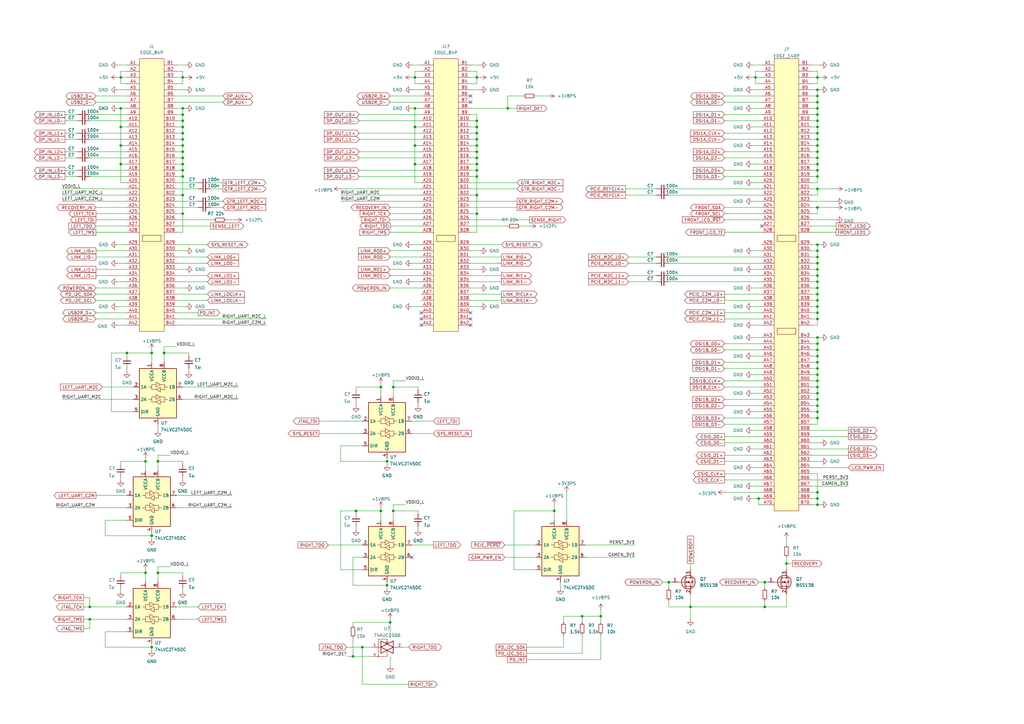
<source format=kicad_sch>
(kicad_sch (version 20210621) (generator eeschema)
  (paper "A3")
  (junction (at 36.83 248.92))
  (junction (at 36.83 254))
  (junction (at 49.53 31.75))
  (junction (at 49.53 44.45))
  (junction (at 49.53 52.07))
  (junction (at 49.53 59.69))
  (junction (at 49.53 67.31))
  (junction (at 52.07 144.78))
  (junction (at 59.69 189.23))
  (junction (at 59.69 234.95))
  (junction (at 62.23 144.78))
  (junction (at 62.23 219.71))
  (junction (at 62.23 265.43))
  (junction (at 64.77 189.23))
  (junction (at 64.77 234.95))
  (junction (at 67.31 144.78))
  (junction (at 74.93 31.75))
  (junction (at 74.93 44.45))
  (junction (at 74.93 46.99))
  (junction (at 74.93 49.53))
  (junction (at 74.93 52.07))
  (junction (at 74.93 54.61))
  (junction (at 74.93 57.15))
  (junction (at 74.93 59.69))
  (junction (at 74.93 62.23))
  (junction (at 74.93 64.77))
  (junction (at 74.93 67.31))
  (junction (at 74.93 69.85))
  (junction (at 74.93 72.39))
  (junction (at 74.93 80.01))
  (junction (at 74.93 87.63))
  (junction (at 144.78 269.24))
  (junction (at 146.05 209.55))
  (junction (at 148.59 265.43))
  (junction (at 156.21 158.75))
  (junction (at 156.21 209.55))
  (junction (at 158.75 189.23))
  (junction (at 158.75 240.03))
  (junction (at 160.02 255.27))
  (junction (at 161.29 158.75))
  (junction (at 161.29 209.55))
  (junction (at 170.18 31.75))
  (junction (at 170.18 44.45))
  (junction (at 170.18 52.07))
  (junction (at 170.18 59.69))
  (junction (at 170.18 67.31))
  (junction (at 195.58 31.75))
  (junction (at 195.58 49.53))
  (junction (at 195.58 52.07))
  (junction (at 195.58 54.61))
  (junction (at 195.58 57.15))
  (junction (at 195.58 59.69))
  (junction (at 195.58 62.23))
  (junction (at 195.58 64.77))
  (junction (at 195.58 67.31))
  (junction (at 195.58 69.85))
  (junction (at 195.58 72.39))
  (junction (at 195.58 80.01))
  (junction (at 195.58 87.63))
  (junction (at 208.28 44.45))
  (junction (at 227.33 209.55))
  (junction (at 238.76 252.73))
  (junction (at 246.38 252.73))
  (junction (at 274.32 238.76))
  (junction (at 283.21 248.92))
  (junction (at 309.88 31.75))
  (junction (at 311.15 204.47))
  (junction (at 313.69 238.76))
  (junction (at 313.69 248.92))
  (junction (at 322.58 231.14))
  (junction (at 335.28 31.75))
  (junction (at 335.28 36.83))
  (junction (at 335.28 39.37))
  (junction (at 335.28 41.91))
  (junction (at 335.28 44.45))
  (junction (at 335.28 46.99))
  (junction (at 335.28 49.53))
  (junction (at 335.28 52.07))
  (junction (at 335.28 54.61))
  (junction (at 335.28 57.15))
  (junction (at 335.28 59.69))
  (junction (at 335.28 62.23))
  (junction (at 335.28 64.77))
  (junction (at 335.28 67.31))
  (junction (at 335.28 69.85))
  (junction (at 335.28 72.39))
  (junction (at 335.28 77.47))
  (junction (at 335.28 85.09))
  (junction (at 335.28 100.33))
  (junction (at 335.28 102.87))
  (junction (at 335.28 105.41))
  (junction (at 335.28 107.95))
  (junction (at 335.28 110.49))
  (junction (at 335.28 113.03))
  (junction (at 335.28 115.57))
  (junction (at 335.28 118.11))
  (junction (at 335.28 120.65))
  (junction (at 335.28 123.19))
  (junction (at 335.28 125.73))
  (junction (at 335.28 128.27))
  (junction (at 335.28 130.81))
  (junction (at 335.28 138.43))
  (junction (at 335.28 140.97))
  (junction (at 335.28 143.51))
  (junction (at 335.28 146.05))
  (junction (at 335.28 148.59))
  (junction (at 335.28 151.13))
  (junction (at 335.28 153.67))
  (junction (at 335.28 156.21))
  (junction (at 335.28 158.75))
  (junction (at 335.28 161.29))
  (junction (at 335.28 163.83))
  (junction (at 335.28 166.37))
  (junction (at 335.28 168.91))
  (junction (at 335.28 171.45))
  (junction (at 335.28 201.93))
  (junction (at 335.28 204.47))
  (junction (at 335.28 207.01))
  (no_connect (at 168.91 228.6))
  (no_connect (at 172.72 128.27))
  (no_connect (at 172.72 130.81))
  (no_connect (at 172.72 133.35))
  (no_connect (at 193.04 39.37))
  (no_connect (at 193.04 41.91))
  (no_connect (at 193.04 128.27))
  (no_connect (at 193.04 130.81))
  (no_connect (at 193.04 133.35))
  (no_connect (at 312.42 92.71))
  (wire (pts (xy 22.86 208.28) (xy 52.07 208.28)))
  (wire (pts (xy 25.4 77.47) (xy 52.07 77.47)))
  (wire (pts (xy 25.4 80.01) (xy 52.07 80.01)))
  (wire (pts (xy 25.4 82.55) (xy 52.07 82.55)))
  (wire (pts (xy 25.4 163.83) (xy 54.61 163.83)))
  (wire (pts (xy 26.67 46.99) (xy 31.75 46.99)))
  (wire (pts (xy 26.67 49.53) (xy 31.75 49.53)))
  (wire (pts (xy 26.67 54.61) (xy 31.75 54.61)))
  (wire (pts (xy 26.67 57.15) (xy 31.75 57.15)))
  (wire (pts (xy 26.67 62.23) (xy 31.75 62.23)))
  (wire (pts (xy 26.67 64.77) (xy 31.75 64.77)))
  (wire (pts (xy 26.67 69.85) (xy 31.75 69.85)))
  (wire (pts (xy 26.67 72.39) (xy 31.75 72.39)))
  (wire (pts (xy 34.29 245.11) (xy 36.83 245.11)))
  (wire (pts (xy 34.29 248.92) (xy 36.83 248.92)))
  (wire (pts (xy 34.29 254) (xy 36.83 254)))
  (wire (pts (xy 34.29 257.81) (xy 36.83 257.81)))
  (wire (pts (xy 36.83 46.99) (xy 52.07 46.99)))
  (wire (pts (xy 36.83 49.53) (xy 52.07 49.53)))
  (wire (pts (xy 36.83 54.61) (xy 52.07 54.61)))
  (wire (pts (xy 36.83 57.15) (xy 52.07 57.15)))
  (wire (pts (xy 36.83 62.23) (xy 52.07 62.23)))
  (wire (pts (xy 36.83 64.77) (xy 52.07 64.77)))
  (wire (pts (xy 36.83 69.85) (xy 52.07 69.85)))
  (wire (pts (xy 36.83 72.39) (xy 52.07 72.39)))
  (wire (pts (xy 36.83 245.11) (xy 36.83 248.92)))
  (wire (pts (xy 36.83 248.92) (xy 52.07 248.92)))
  (wire (pts (xy 36.83 254) (xy 52.07 254)))
  (wire (pts (xy 36.83 257.81) (xy 36.83 254)))
  (wire (pts (xy 39.37 39.37) (xy 52.07 39.37)))
  (wire (pts (xy 39.37 41.91) (xy 52.07 41.91)))
  (wire (pts (xy 39.37 85.09) (xy 52.07 85.09)))
  (wire (pts (xy 39.37 87.63) (xy 52.07 87.63)))
  (wire (pts (xy 39.37 90.17) (xy 52.07 90.17)))
  (wire (pts (xy 39.37 92.71) (xy 52.07 92.71)))
  (wire (pts (xy 39.37 95.25) (xy 52.07 95.25)))
  (wire (pts (xy 39.37 102.87) (xy 52.07 102.87)))
  (wire (pts (xy 39.37 105.41) (xy 52.07 105.41)))
  (wire (pts (xy 39.37 110.49) (xy 52.07 110.49)))
  (wire (pts (xy 39.37 113.03) (xy 52.07 113.03)))
  (wire (pts (xy 39.37 118.11) (xy 52.07 118.11)))
  (wire (pts (xy 39.37 120.65) (xy 52.07 120.65)))
  (wire (pts (xy 39.37 123.19) (xy 52.07 123.19)))
  (wire (pts (xy 39.37 128.27) (xy 52.07 128.27)))
  (wire (pts (xy 39.37 130.81) (xy 52.07 130.81)))
  (wire (pts (xy 39.37 203.2) (xy 52.07 203.2)))
  (wire (pts (xy 41.91 158.75) (xy 54.61 158.75)))
  (wire (pts (xy 43.18 219.71) (xy 43.18 213.36)))
  (wire (pts (xy 43.18 265.43) (xy 43.18 259.08)))
  (wire (pts (xy 45.72 144.78) (xy 52.07 144.78)))
  (wire (pts (xy 45.72 168.91) (xy 45.72 144.78)))
  (wire (pts (xy 48.26 26.67) (xy 52.07 26.67)))
  (wire (pts (xy 48.26 31.75) (xy 49.53 31.75)))
  (wire (pts (xy 48.26 36.83) (xy 52.07 36.83)))
  (wire (pts (xy 48.26 44.45) (xy 49.53 44.45)))
  (wire (pts (xy 48.26 100.33) (xy 52.07 100.33)))
  (wire (pts (xy 48.26 107.95) (xy 52.07 107.95)))
  (wire (pts (xy 48.26 115.57) (xy 52.07 115.57)))
  (wire (pts (xy 48.26 125.73) (xy 52.07 125.73)))
  (wire (pts (xy 48.26 133.35) (xy 52.07 133.35)))
  (wire (pts (xy 49.53 29.21) (xy 49.53 31.75)))
  (wire (pts (xy 49.53 29.21) (xy 52.07 29.21)))
  (wire (pts (xy 49.53 34.29) (xy 49.53 31.75)))
  (wire (pts (xy 49.53 44.45) (xy 49.53 52.07)))
  (wire (pts (xy 49.53 44.45) (xy 52.07 44.45)))
  (wire (pts (xy 49.53 52.07) (xy 49.53 59.69)))
  (wire (pts (xy 49.53 52.07) (xy 52.07 52.07)))
  (wire (pts (xy 49.53 59.69) (xy 49.53 67.31)))
  (wire (pts (xy 49.53 59.69) (xy 52.07 59.69)))
  (wire (pts (xy 49.53 67.31) (xy 49.53 74.93)))
  (wire (pts (xy 49.53 67.31) (xy 52.07 67.31)))
  (wire (pts (xy 49.53 74.93) (xy 52.07 74.93)))
  (wire (pts (xy 49.53 189.23) (xy 59.69 189.23)))
  (wire (pts (xy 49.53 190.5) (xy 49.53 189.23)))
  (wire (pts (xy 49.53 195.58) (xy 49.53 196.85)))
  (wire (pts (xy 49.53 234.95) (xy 59.69 234.95)))
  (wire (pts (xy 49.53 236.22) (xy 49.53 234.95)))
  (wire (pts (xy 49.53 241.3) (xy 49.53 242.57)))
  (wire (pts (xy 52.07 31.75) (xy 49.53 31.75)))
  (wire (pts (xy 52.07 34.29) (xy 49.53 34.29)))
  (wire (pts (xy 52.07 144.78) (xy 62.23 144.78)))
  (wire (pts (xy 52.07 146.05) (xy 52.07 144.78)))
  (wire (pts (xy 52.07 151.13) (xy 52.07 152.4)))
  (wire (pts (xy 52.07 213.36) (xy 43.18 213.36)))
  (wire (pts (xy 52.07 259.08) (xy 43.18 259.08)))
  (wire (pts (xy 54.61 168.91) (xy 45.72 168.91)))
  (wire (pts (xy 59.69 187.96) (xy 59.69 189.23)))
  (wire (pts (xy 59.69 189.23) (xy 59.69 193.04)))
  (wire (pts (xy 59.69 233.68) (xy 59.69 234.95)))
  (wire (pts (xy 59.69 234.95) (xy 59.69 238.76)))
  (wire (pts (xy 62.23 143.51) (xy 62.23 144.78)))
  (wire (pts (xy 62.23 144.78) (xy 62.23 148.59)))
  (wire (pts (xy 62.23 218.44) (xy 62.23 219.71)))
  (wire (pts (xy 62.23 219.71) (xy 43.18 219.71)))
  (wire (pts (xy 62.23 219.71) (xy 62.23 220.98)))
  (wire (pts (xy 62.23 264.16) (xy 62.23 265.43)))
  (wire (pts (xy 62.23 265.43) (xy 43.18 265.43)))
  (wire (pts (xy 62.23 265.43) (xy 62.23 266.7)))
  (wire (pts (xy 64.77 173.99) (xy 64.77 176.53)))
  (wire (pts (xy 64.77 186.69) (xy 64.77 189.23)))
  (wire (pts (xy 64.77 189.23) (xy 64.77 193.04)))
  (wire (pts (xy 64.77 232.41) (xy 64.77 234.95)))
  (wire (pts (xy 64.77 234.95) (xy 64.77 238.76)))
  (wire (pts (xy 67.31 142.24) (xy 67.31 144.78)))
  (wire (pts (xy 67.31 144.78) (xy 67.31 148.59)))
  (wire (pts (xy 69.85 186.69) (xy 64.77 186.69)))
  (wire (pts (xy 69.85 232.41) (xy 64.77 232.41)))
  (wire (pts (xy 72.39 26.67) (xy 76.2 26.67)))
  (wire (pts (xy 72.39 31.75) (xy 74.93 31.75)))
  (wire (pts (xy 72.39 36.83) (xy 76.2 36.83)))
  (wire (pts (xy 72.39 39.37) (xy 91.44 39.37)))
  (wire (pts (xy 72.39 41.91) (xy 91.44 41.91)))
  (wire (pts (xy 72.39 44.45) (xy 74.93 44.45)))
  (wire (pts (xy 72.39 52.07) (xy 74.93 52.07)))
  (wire (pts (xy 72.39 54.61) (xy 74.93 54.61)))
  (wire (pts (xy 72.39 57.15) (xy 74.93 57.15)))
  (wire (pts (xy 72.39 59.69) (xy 74.93 59.69)))
  (wire (pts (xy 72.39 62.23) (xy 74.93 62.23)))
  (wire (pts (xy 72.39 64.77) (xy 74.93 64.77)))
  (wire (pts (xy 72.39 67.31) (xy 74.93 67.31)))
  (wire (pts (xy 72.39 69.85) (xy 74.93 69.85)))
  (wire (pts (xy 72.39 72.39) (xy 74.93 72.39)))
  (wire (pts (xy 72.39 74.93) (xy 81.28 74.93)))
  (wire (pts (xy 72.39 77.47) (xy 81.28 77.47)))
  (wire (pts (xy 72.39 82.55) (xy 81.28 82.55)))
  (wire (pts (xy 72.39 85.09) (xy 81.28 85.09)))
  (wire (pts (xy 72.39 90.17) (xy 87.63 90.17)))
  (wire (pts (xy 72.39 92.71) (xy 86.36 92.71)))
  (wire (pts (xy 72.39 100.33) (xy 85.09 100.33)))
  (wire (pts (xy 72.39 102.87) (xy 76.2 102.87)))
  (wire (pts (xy 72.39 128.27) (xy 81.28 128.27)))
  (wire (pts (xy 72.39 142.24) (xy 67.31 142.24)))
  (wire (pts (xy 72.39 203.2) (xy 95.25 203.2)))
  (wire (pts (xy 72.39 208.28) (xy 95.25 208.28)))
  (wire (pts (xy 72.39 248.92) (xy 81.28 248.92)))
  (wire (pts (xy 72.39 254) (xy 81.28 254)))
  (wire (pts (xy 74.93 29.21) (xy 72.39 29.21)))
  (wire (pts (xy 74.93 29.21) (xy 74.93 31.75)))
  (wire (pts (xy 74.93 31.75) (xy 74.93 34.29)))
  (wire (pts (xy 74.93 31.75) (xy 76.2 31.75)))
  (wire (pts (xy 74.93 34.29) (xy 72.39 34.29)))
  (wire (pts (xy 74.93 44.45) (xy 74.93 46.99)))
  (wire (pts (xy 74.93 44.45) (xy 76.2 44.45)))
  (wire (pts (xy 74.93 46.99) (xy 72.39 46.99)))
  (wire (pts (xy 74.93 46.99) (xy 74.93 49.53)))
  (wire (pts (xy 74.93 49.53) (xy 72.39 49.53)))
  (wire (pts (xy 74.93 52.07) (xy 74.93 49.53)))
  (wire (pts (xy 74.93 54.61) (xy 74.93 52.07)))
  (wire (pts (xy 74.93 57.15) (xy 74.93 54.61)))
  (wire (pts (xy 74.93 59.69) (xy 74.93 57.15)))
  (wire (pts (xy 74.93 62.23) (xy 74.93 59.69)))
  (wire (pts (xy 74.93 64.77) (xy 74.93 62.23)))
  (wire (pts (xy 74.93 67.31) (xy 74.93 64.77)))
  (wire (pts (xy 74.93 67.31) (xy 74.93 69.85)))
  (wire (pts (xy 74.93 72.39) (xy 74.93 69.85)))
  (wire (pts (xy 74.93 72.39) (xy 74.93 80.01)))
  (wire (pts (xy 74.93 80.01) (xy 72.39 80.01)))
  (wire (pts (xy 74.93 80.01) (xy 74.93 87.63)))
  (wire (pts (xy 74.93 87.63) (xy 72.39 87.63)))
  (wire (pts (xy 74.93 87.63) (xy 74.93 95.25)))
  (wire (pts (xy 74.93 95.25) (xy 72.39 95.25)))
  (wire (pts (xy 74.93 158.75) (xy 97.79 158.75)))
  (wire (pts (xy 74.93 163.83) (xy 97.79 163.83)))
  (wire (pts (xy 74.93 189.23) (xy 64.77 189.23)))
  (wire (pts (xy 74.93 190.5) (xy 74.93 189.23)))
  (wire (pts (xy 74.93 195.58) (xy 74.93 196.85)))
  (wire (pts (xy 74.93 234.95) (xy 64.77 234.95)))
  (wire (pts (xy 74.93 236.22) (xy 74.93 234.95)))
  (wire (pts (xy 74.93 241.3) (xy 74.93 242.57)))
  (wire (pts (xy 76.2 110.49) (xy 72.39 110.49)))
  (wire (pts (xy 76.2 118.11) (xy 72.39 118.11)))
  (wire (pts (xy 76.2 125.73) (xy 72.39 125.73)))
  (wire (pts (xy 77.47 144.78) (xy 67.31 144.78)))
  (wire (pts (xy 77.47 146.05) (xy 77.47 144.78)))
  (wire (pts (xy 77.47 151.13) (xy 77.47 152.4)))
  (wire (pts (xy 85.09 105.41) (xy 72.39 105.41)))
  (wire (pts (xy 85.09 107.95) (xy 72.39 107.95)))
  (wire (pts (xy 85.09 113.03) (xy 72.39 113.03)))
  (wire (pts (xy 85.09 115.57) (xy 72.39 115.57)))
  (wire (pts (xy 85.09 120.65) (xy 72.39 120.65)))
  (wire (pts (xy 85.09 123.19) (xy 72.39 123.19)))
  (wire (pts (xy 86.36 74.93) (xy 91.44 74.93)))
  (wire (pts (xy 86.36 77.47) (xy 91.44 77.47)))
  (wire (pts (xy 86.36 82.55) (xy 91.44 82.55)))
  (wire (pts (xy 86.36 85.09) (xy 91.44 85.09)))
  (wire (pts (xy 92.71 90.17) (xy 96.52 90.17)))
  (wire (pts (xy 109.22 130.81) (xy 72.39 130.81)))
  (wire (pts (xy 109.22 133.35) (xy 72.39 133.35)))
  (wire (pts (xy 130.81 172.72) (xy 148.59 172.72)))
  (wire (pts (xy 130.81 177.8) (xy 148.59 177.8)))
  (wire (pts (xy 134.62 223.52) (xy 148.59 223.52)))
  (wire (pts (xy 139.7 77.47) (xy 172.72 77.47)))
  (wire (pts (xy 139.7 80.01) (xy 172.72 80.01)))
  (wire (pts (xy 139.7 82.55) (xy 172.72 82.55)))
  (wire (pts (xy 139.7 189.23) (xy 139.7 182.88)))
  (wire (pts (xy 139.7 209.55) (xy 146.05 209.55)))
  (wire (pts (xy 139.7 233.68) (xy 139.7 209.55)))
  (wire (pts (xy 142.24 265.43) (xy 148.59 265.43)))
  (wire (pts (xy 142.24 269.24) (xy 144.78 269.24)))
  (wire (pts (xy 144.78 228.6) (xy 144.78 240.03)))
  (wire (pts (xy 144.78 240.03) (xy 158.75 240.03)))
  (wire (pts (xy 144.78 255.27) (xy 144.78 256.54)))
  (wire (pts (xy 144.78 261.62) (xy 144.78 269.24)))
  (wire (pts (xy 144.78 269.24) (xy 152.4 269.24)))
  (wire (pts (xy 146.05 158.75) (xy 156.21 158.75)))
  (wire (pts (xy 146.05 160.02) (xy 146.05 158.75)))
  (wire (pts (xy 146.05 165.1) (xy 146.05 166.37)))
  (wire (pts (xy 146.05 209.55) (xy 156.21 209.55)))
  (wire (pts (xy 146.05 210.82) (xy 146.05 209.55)))
  (wire (pts (xy 146.05 215.9) (xy 146.05 217.17)))
  (wire (pts (xy 147.32 46.99) (xy 172.72 46.99)))
  (wire (pts (xy 147.32 49.53) (xy 172.72 49.53)))
  (wire (pts (xy 147.32 54.61) (xy 172.72 54.61)))
  (wire (pts (xy 147.32 57.15) (xy 172.72 57.15)))
  (wire (pts (xy 147.32 62.23) (xy 172.72 62.23)))
  (wire (pts (xy 147.32 64.77) (xy 172.72 64.77)))
  (wire (pts (xy 147.32 69.85) (xy 172.72 69.85)))
  (wire (pts (xy 147.32 72.39) (xy 172.72 72.39)))
  (wire (pts (xy 148.59 182.88) (xy 139.7 182.88)))
  (wire (pts (xy 148.59 228.6) (xy 144.78 228.6)))
  (wire (pts (xy 148.59 233.68) (xy 139.7 233.68)))
  (wire (pts (xy 148.59 265.43) (xy 152.4 265.43)))
  (wire (pts (xy 148.59 280.67) (xy 148.59 265.43)))
  (wire (pts (xy 156.21 157.48) (xy 156.21 158.75)))
  (wire (pts (xy 156.21 158.75) (xy 156.21 162.56)))
  (wire (pts (xy 156.21 208.28) (xy 156.21 209.55)))
  (wire (pts (xy 156.21 209.55) (xy 156.21 213.36)))
  (wire (pts (xy 158.75 187.96) (xy 158.75 189.23)))
  (wire (pts (xy 158.75 189.23) (xy 139.7 189.23)))
  (wire (pts (xy 158.75 189.23) (xy 158.75 190.5)))
  (wire (pts (xy 158.75 238.76) (xy 158.75 240.03)))
  (wire (pts (xy 158.75 240.03) (xy 158.75 241.3)))
  (wire (pts (xy 160.02 39.37) (xy 172.72 39.37)))
  (wire (pts (xy 160.02 41.91) (xy 172.72 41.91)))
  (wire (pts (xy 160.02 85.09) (xy 172.72 85.09)))
  (wire (pts (xy 160.02 87.63) (xy 172.72 87.63)))
  (wire (pts (xy 160.02 90.17) (xy 172.72 90.17)))
  (wire (pts (xy 160.02 92.71) (xy 172.72 92.71)))
  (wire (pts (xy 160.02 95.25) (xy 172.72 95.25)))
  (wire (pts (xy 160.02 102.87) (xy 172.72 102.87)))
  (wire (pts (xy 160.02 105.41) (xy 172.72 105.41)))
  (wire (pts (xy 160.02 110.49) (xy 172.72 110.49)))
  (wire (pts (xy 160.02 113.03) (xy 172.72 113.03)))
  (wire (pts (xy 160.02 118.11) (xy 172.72 118.11)))
  (wire (pts (xy 160.02 254) (xy 160.02 255.27)))
  (wire (pts (xy 160.02 255.27) (xy 144.78 255.27)))
  (wire (pts (xy 160.02 255.27) (xy 160.02 261.62)))
  (wire (pts (xy 160.02 269.24) (xy 160.02 273.05)))
  (wire (pts (xy 161.29 156.21) (xy 161.29 158.75)))
  (wire (pts (xy 161.29 158.75) (xy 161.29 162.56)))
  (wire (pts (xy 161.29 207.01) (xy 161.29 209.55)))
  (wire (pts (xy 161.29 209.55) (xy 161.29 213.36)))
  (wire (pts (xy 165.1 265.43) (xy 167.64 265.43)))
  (wire (pts (xy 166.37 156.21) (xy 161.29 156.21)))
  (wire (pts (xy 166.37 207.01) (xy 161.29 207.01)))
  (wire (pts (xy 167.64 280.67) (xy 148.59 280.67)))
  (wire (pts (xy 168.91 26.67) (xy 172.72 26.67)))
  (wire (pts (xy 168.91 31.75) (xy 170.18 31.75)))
  (wire (pts (xy 168.91 36.83) (xy 172.72 36.83)))
  (wire (pts (xy 168.91 44.45) (xy 170.18 44.45)))
  (wire (pts (xy 168.91 100.33) (xy 172.72 100.33)))
  (wire (pts (xy 168.91 107.95) (xy 172.72 107.95)))
  (wire (pts (xy 168.91 115.57) (xy 172.72 115.57)))
  (wire (pts (xy 168.91 125.73) (xy 172.72 125.73)))
  (wire (pts (xy 168.91 172.72) (xy 177.8 172.72)))
  (wire (pts (xy 168.91 177.8) (xy 177.8 177.8)))
  (wire (pts (xy 168.91 223.52) (xy 177.8 223.52)))
  (wire (pts (xy 170.18 29.21) (xy 170.18 31.75)))
  (wire (pts (xy 170.18 29.21) (xy 172.72 29.21)))
  (wire (pts (xy 170.18 34.29) (xy 170.18 31.75)))
  (wire (pts (xy 170.18 44.45) (xy 170.18 52.07)))
  (wire (pts (xy 170.18 44.45) (xy 172.72 44.45)))
  (wire (pts (xy 170.18 52.07) (xy 170.18 59.69)))
  (wire (pts (xy 170.18 52.07) (xy 172.72 52.07)))
  (wire (pts (xy 170.18 59.69) (xy 170.18 67.31)))
  (wire (pts (xy 170.18 59.69) (xy 172.72 59.69)))
  (wire (pts (xy 170.18 67.31) (xy 170.18 74.93)))
  (wire (pts (xy 170.18 67.31) (xy 172.72 67.31)))
  (wire (pts (xy 170.18 74.93) (xy 172.72 74.93)))
  (wire (pts (xy 171.45 158.75) (xy 161.29 158.75)))
  (wire (pts (xy 171.45 160.02) (xy 171.45 158.75)))
  (wire (pts (xy 171.45 165.1) (xy 171.45 166.37)))
  (wire (pts (xy 171.45 209.55) (xy 161.29 209.55)))
  (wire (pts (xy 171.45 210.82) (xy 171.45 209.55)))
  (wire (pts (xy 171.45 215.9) (xy 171.45 217.17)))
  (wire (pts (xy 172.72 31.75) (xy 170.18 31.75)))
  (wire (pts (xy 172.72 34.29) (xy 170.18 34.29)))
  (wire (pts (xy 193.04 26.67) (xy 196.85 26.67)))
  (wire (pts (xy 193.04 31.75) (xy 195.58 31.75)))
  (wire (pts (xy 193.04 36.83) (xy 196.85 36.83)))
  (wire (pts (xy 193.04 44.45) (xy 208.28 44.45)))
  (wire (pts (xy 193.04 52.07) (xy 195.58 52.07)))
  (wire (pts (xy 193.04 54.61) (xy 195.58 54.61)))
  (wire (pts (xy 193.04 57.15) (xy 195.58 57.15)))
  (wire (pts (xy 193.04 59.69) (xy 195.58 59.69)))
  (wire (pts (xy 193.04 62.23) (xy 195.58 62.23)))
  (wire (pts (xy 193.04 64.77) (xy 195.58 64.77)))
  (wire (pts (xy 193.04 67.31) (xy 195.58 67.31)))
  (wire (pts (xy 193.04 69.85) (xy 195.58 69.85)))
  (wire (pts (xy 193.04 72.39) (xy 195.58 72.39)))
  (wire (pts (xy 193.04 74.93) (xy 212.09 74.93)))
  (wire (pts (xy 193.04 77.47) (xy 212.09 77.47)))
  (wire (pts (xy 193.04 82.55) (xy 212.09 82.55)))
  (wire (pts (xy 193.04 85.09) (xy 212.09 85.09)))
  (wire (pts (xy 193.04 90.17) (xy 217.17 90.17)))
  (wire (pts (xy 193.04 92.71) (xy 208.28 92.71)))
  (wire (pts (xy 193.04 100.33) (xy 205.74 100.33)))
  (wire (pts (xy 193.04 102.87) (xy 196.85 102.87)))
  (wire (pts (xy 195.58 29.21) (xy 193.04 29.21)))
  (wire (pts (xy 195.58 29.21) (xy 195.58 31.75)))
  (wire (pts (xy 195.58 31.75) (xy 195.58 34.29)))
  (wire (pts (xy 195.58 31.75) (xy 196.85 31.75)))
  (wire (pts (xy 195.58 34.29) (xy 193.04 34.29)))
  (wire (pts (xy 195.58 46.99) (xy 193.04 46.99)))
  (wire (pts (xy 195.58 46.99) (xy 195.58 49.53)))
  (wire (pts (xy 195.58 49.53) (xy 193.04 49.53)))
  (wire (pts (xy 195.58 52.07) (xy 195.58 49.53)))
  (wire (pts (xy 195.58 54.61) (xy 195.58 52.07)))
  (wire (pts (xy 195.58 57.15) (xy 195.58 54.61)))
  (wire (pts (xy 195.58 59.69) (xy 195.58 57.15)))
  (wire (pts (xy 195.58 62.23) (xy 195.58 59.69)))
  (wire (pts (xy 195.58 64.77) (xy 195.58 62.23)))
  (wire (pts (xy 195.58 67.31) (xy 195.58 64.77)))
  (wire (pts (xy 195.58 69.85) (xy 195.58 67.31)))
  (wire (pts (xy 195.58 72.39) (xy 195.58 69.85)))
  (wire (pts (xy 195.58 72.39) (xy 195.58 80.01)))
  (wire (pts (xy 195.58 80.01) (xy 193.04 80.01)))
  (wire (pts (xy 195.58 80.01) (xy 195.58 87.63)))
  (wire (pts (xy 195.58 87.63) (xy 193.04 87.63)))
  (wire (pts (xy 195.58 87.63) (xy 195.58 95.25)))
  (wire (pts (xy 195.58 95.25) (xy 193.04 95.25)))
  (wire (pts (xy 196.85 110.49) (xy 193.04 110.49)))
  (wire (pts (xy 196.85 118.11) (xy 193.04 118.11)))
  (wire (pts (xy 196.85 125.73) (xy 193.04 125.73)))
  (wire (pts (xy 205.74 105.41) (xy 193.04 105.41)))
  (wire (pts (xy 205.74 107.95) (xy 193.04 107.95)))
  (wire (pts (xy 205.74 113.03) (xy 193.04 113.03)))
  (wire (pts (xy 205.74 115.57) (xy 193.04 115.57)))
  (wire (pts (xy 205.74 120.65) (xy 193.04 120.65)))
  (wire (pts (xy 205.74 123.19) (xy 193.04 123.19)))
  (wire (pts (xy 207.01 223.52) (xy 219.71 223.52)))
  (wire (pts (xy 207.01 228.6) (xy 219.71 228.6)))
  (wire (pts (xy 208.28 39.37) (xy 208.28 44.45)))
  (wire (pts (xy 208.28 44.45) (xy 212.09 44.45)))
  (wire (pts (xy 210.82 209.55) (xy 227.33 209.55)))
  (wire (pts (xy 210.82 233.68) (xy 210.82 209.55)))
  (wire (pts (xy 213.36 92.71) (xy 217.17 92.71)))
  (wire (pts (xy 214.63 39.37) (xy 208.28 39.37)))
  (wire (pts (xy 215.9 265.43) (xy 231.14 265.43)))
  (wire (pts (xy 215.9 267.97) (xy 238.76 267.97)))
  (wire (pts (xy 219.71 39.37) (xy 224.79 39.37)))
  (wire (pts (xy 219.71 233.68) (xy 210.82 233.68)))
  (wire (pts (xy 227.33 207.01) (xy 227.33 209.55)))
  (wire (pts (xy 227.33 209.55) (xy 227.33 213.36)))
  (wire (pts (xy 229.87 238.76) (xy 229.87 241.3)))
  (wire (pts (xy 231.14 252.73) (xy 238.76 252.73)))
  (wire (pts (xy 231.14 255.27) (xy 231.14 252.73)))
  (wire (pts (xy 231.14 260.35) (xy 231.14 265.43)))
  (wire (pts (xy 232.41 201.93) (xy 232.41 213.36)))
  (wire (pts (xy 238.76 252.73) (xy 238.76 255.27)))
  (wire (pts (xy 238.76 252.73) (xy 246.38 252.73)))
  (wire (pts (xy 238.76 267.97) (xy 238.76 260.35)))
  (wire (pts (xy 240.03 223.52) (xy 260.35 223.52)))
  (wire (pts (xy 240.03 228.6) (xy 260.35 228.6)))
  (wire (pts (xy 246.38 250.19) (xy 246.38 252.73)))
  (wire (pts (xy 246.38 252.73) (xy 246.38 255.27)))
  (wire (pts (xy 246.38 260.35) (xy 246.38 270.51)))
  (wire (pts (xy 246.38 270.51) (xy 215.9 270.51)))
  (wire (pts (xy 256.54 77.47) (xy 269.24 77.47)))
  (wire (pts (xy 256.54 80.01) (xy 269.24 80.01)))
  (wire (pts (xy 257.81 105.41) (xy 269.24 105.41)))
  (wire (pts (xy 257.81 107.95) (xy 269.24 107.95)))
  (wire (pts (xy 257.81 113.03) (xy 269.24 113.03)))
  (wire (pts (xy 257.81 115.57) (xy 269.24 115.57)))
  (wire (pts (xy 271.78 238.76) (xy 274.32 238.76)))
  (wire (pts (xy 274.32 77.47) (xy 312.42 77.47)))
  (wire (pts (xy 274.32 80.01) (xy 312.42 80.01)))
  (wire (pts (xy 274.32 105.41) (xy 312.42 105.41)))
  (wire (pts (xy 274.32 107.95) (xy 312.42 107.95)))
  (wire (pts (xy 274.32 113.03) (xy 312.42 113.03)))
  (wire (pts (xy 274.32 115.57) (xy 312.42 115.57)))
  (wire (pts (xy 274.32 238.76) (xy 274.32 241.3)))
  (wire (pts (xy 274.32 238.76) (xy 275.59 238.76)))
  (wire (pts (xy 274.32 246.38) (xy 274.32 248.92)))
  (wire (pts (xy 274.32 248.92) (xy 283.21 248.92)))
  (wire (pts (xy 283.21 231.14) (xy 283.21 233.68)))
  (wire (pts (xy 283.21 243.84) (xy 283.21 248.92)))
  (wire (pts (xy 283.21 248.92) (xy 283.21 254)))
  (wire (pts (xy 283.21 248.92) (xy 313.69 248.92)))
  (wire (pts (xy 297.18 39.37) (xy 312.42 39.37)))
  (wire (pts (xy 297.18 41.91) (xy 312.42 41.91)))
  (wire (pts (xy 297.18 46.99) (xy 312.42 46.99)))
  (wire (pts (xy 297.18 49.53) (xy 312.42 49.53)))
  (wire (pts (xy 297.18 54.61) (xy 312.42 54.61)))
  (wire (pts (xy 297.18 57.15) (xy 312.42 57.15)))
  (wire (pts (xy 297.18 62.23) (xy 312.42 62.23)))
  (wire (pts (xy 297.18 64.77) (xy 312.42 64.77)))
  (wire (pts (xy 297.18 69.85) (xy 312.42 69.85)))
  (wire (pts (xy 297.18 72.39) (xy 312.42 72.39)))
  (wire (pts (xy 297.18 85.09) (xy 312.42 85.09)))
  (wire (pts (xy 297.18 87.63) (xy 312.42 87.63)))
  (wire (pts (xy 297.18 90.17) (xy 312.42 90.17)))
  (wire (pts (xy 297.18 95.25) (xy 312.42 95.25)))
  (wire (pts (xy 297.18 120.65) (xy 312.42 120.65)))
  (wire (pts (xy 297.18 123.19) (xy 312.42 123.19)))
  (wire (pts (xy 297.18 128.27) (xy 312.42 128.27)))
  (wire (pts (xy 297.18 130.81) (xy 312.42 130.81)))
  (wire (pts (xy 297.18 140.97) (xy 312.42 140.97)))
  (wire (pts (xy 297.18 143.51) (xy 312.42 143.51)))
  (wire (pts (xy 297.18 148.59) (xy 312.42 148.59)))
  (wire (pts (xy 297.18 151.13) (xy 312.42 151.13)))
  (wire (pts (xy 297.18 156.21) (xy 312.42 156.21)))
  (wire (pts (xy 297.18 158.75) (xy 312.42 158.75)))
  (wire (pts (xy 297.18 163.83) (xy 312.42 163.83)))
  (wire (pts (xy 297.18 166.37) (xy 312.42 166.37)))
  (wire (pts (xy 297.18 171.45) (xy 312.42 171.45)))
  (wire (pts (xy 297.18 173.99) (xy 312.42 173.99)))
  (wire (pts (xy 297.18 179.07) (xy 312.42 179.07)))
  (wire (pts (xy 297.18 181.61) (xy 312.42 181.61)))
  (wire (pts (xy 297.18 186.69) (xy 312.42 186.69)))
  (wire (pts (xy 297.18 189.23) (xy 312.42 189.23)))
  (wire (pts (xy 297.18 194.31) (xy 312.42 194.31)))
  (wire (pts (xy 297.18 196.85) (xy 312.42 196.85)))
  (wire (pts (xy 297.18 201.93) (xy 312.42 201.93)))
  (wire (pts (xy 308.61 26.67) (xy 312.42 26.67)))
  (wire (pts (xy 308.61 31.75) (xy 309.88 31.75)))
  (wire (pts (xy 308.61 36.83) (xy 312.42 36.83)))
  (wire (pts (xy 308.61 44.45) (xy 312.42 44.45)))
  (wire (pts (xy 308.61 52.07) (xy 312.42 52.07)))
  (wire (pts (xy 308.61 59.69) (xy 312.42 59.69)))
  (wire (pts (xy 308.61 67.31) (xy 312.42 67.31)))
  (wire (pts (xy 308.61 74.93) (xy 312.42 74.93)))
  (wire (pts (xy 308.61 82.55) (xy 312.42 82.55)))
  (wire (pts (xy 308.61 102.87) (xy 312.42 102.87)))
  (wire (pts (xy 308.61 110.49) (xy 312.42 110.49)))
  (wire (pts (xy 308.61 118.11) (xy 312.42 118.11)))
  (wire (pts (xy 308.61 125.73) (xy 312.42 125.73)))
  (wire (pts (xy 308.61 133.35) (xy 312.42 133.35)))
  (wire (pts (xy 308.61 138.43) (xy 312.42 138.43)))
  (wire (pts (xy 308.61 146.05) (xy 312.42 146.05)))
  (wire (pts (xy 308.61 153.67) (xy 312.42 153.67)))
  (wire (pts (xy 308.61 161.29) (xy 312.42 161.29)))
  (wire (pts (xy 308.61 168.91) (xy 312.42 168.91)))
  (wire (pts (xy 308.61 176.53) (xy 312.42 176.53)))
  (wire (pts (xy 308.61 184.15) (xy 312.42 184.15)))
  (wire (pts (xy 308.61 191.77) (xy 312.42 191.77)))
  (wire (pts (xy 308.61 199.39) (xy 312.42 199.39)))
  (wire (pts (xy 308.61 204.47) (xy 311.15 204.47)))
  (wire (pts (xy 309.88 29.21) (xy 309.88 31.75)))
  (wire (pts (xy 309.88 29.21) (xy 312.42 29.21)))
  (wire (pts (xy 309.88 34.29) (xy 309.88 31.75)))
  (wire (pts (xy 311.15 204.47) (xy 312.42 204.47)))
  (wire (pts (xy 311.15 207.01) (xy 311.15 204.47)))
  (wire (pts (xy 311.15 238.76) (xy 313.69 238.76)))
  (wire (pts (xy 312.42 31.75) (xy 309.88 31.75)))
  (wire (pts (xy 312.42 34.29) (xy 309.88 34.29)))
  (wire (pts (xy 312.42 207.01) (xy 311.15 207.01)))
  (wire (pts (xy 313.69 238.76) (xy 313.69 241.3)))
  (wire (pts (xy 313.69 238.76) (xy 314.96 238.76)))
  (wire (pts (xy 313.69 246.38) (xy 313.69 248.92)))
  (wire (pts (xy 313.69 248.92) (xy 322.58 248.92)))
  (wire (pts (xy 322.58 220.98) (xy 322.58 223.52)))
  (wire (pts (xy 322.58 228.6) (xy 322.58 231.14)))
  (wire (pts (xy 322.58 231.14) (xy 325.12 231.14)))
  (wire (pts (xy 322.58 233.68) (xy 322.58 231.14)))
  (wire (pts (xy 322.58 243.84) (xy 322.58 248.92)))
  (wire (pts (xy 332.74 29.21) (xy 335.28 29.21)))
  (wire (pts (xy 332.74 31.75) (xy 335.28 31.75)))
  (wire (pts (xy 332.74 41.91) (xy 335.28 41.91)))
  (wire (pts (xy 332.74 44.45) (xy 335.28 44.45)))
  (wire (pts (xy 332.74 46.99) (xy 335.28 46.99)))
  (wire (pts (xy 332.74 49.53) (xy 335.28 49.53)))
  (wire (pts (xy 332.74 52.07) (xy 335.28 52.07)))
  (wire (pts (xy 332.74 54.61) (xy 335.28 54.61)))
  (wire (pts (xy 332.74 57.15) (xy 335.28 57.15)))
  (wire (pts (xy 332.74 59.69) (xy 335.28 59.69)))
  (wire (pts (xy 332.74 62.23) (xy 335.28 62.23)))
  (wire (pts (xy 332.74 64.77) (xy 335.28 64.77)))
  (wire (pts (xy 332.74 67.31) (xy 335.28 67.31)))
  (wire (pts (xy 332.74 69.85) (xy 335.28 69.85)))
  (wire (pts (xy 332.74 72.39) (xy 335.28 72.39)))
  (wire (pts (xy 332.74 77.47) (xy 335.28 77.47)))
  (wire (pts (xy 332.74 82.55) (xy 342.9 82.55)))
  (wire (pts (xy 332.74 85.09) (xy 335.28 85.09)))
  (wire (pts (xy 332.74 90.17) (xy 342.9 90.17)))
  (wire (pts (xy 332.74 92.71) (xy 342.9 92.71)))
  (wire (pts (xy 332.74 95.25) (xy 342.9 95.25)))
  (wire (pts (xy 332.74 100.33) (xy 335.28 100.33)))
  (wire (pts (xy 332.74 102.87) (xy 335.28 102.87)))
  (wire (pts (xy 332.74 105.41) (xy 335.28 105.41)))
  (wire (pts (xy 332.74 107.95) (xy 335.28 107.95)))
  (wire (pts (xy 332.74 110.49) (xy 335.28 110.49)))
  (wire (pts (xy 332.74 113.03) (xy 335.28 113.03)))
  (wire (pts (xy 332.74 115.57) (xy 335.28 115.57)))
  (wire (pts (xy 332.74 118.11) (xy 335.28 118.11)))
  (wire (pts (xy 332.74 120.65) (xy 335.28 120.65)))
  (wire (pts (xy 332.74 123.19) (xy 335.28 123.19)))
  (wire (pts (xy 332.74 125.73) (xy 335.28 125.73)))
  (wire (pts (xy 332.74 128.27) (xy 335.28 128.27)))
  (wire (pts (xy 332.74 130.81) (xy 335.28 130.81)))
  (wire (pts (xy 332.74 143.51) (xy 335.28 143.51)))
  (wire (pts (xy 332.74 146.05) (xy 335.28 146.05)))
  (wire (pts (xy 332.74 148.59) (xy 335.28 148.59)))
  (wire (pts (xy 332.74 151.13) (xy 335.28 151.13)))
  (wire (pts (xy 332.74 153.67) (xy 335.28 153.67)))
  (wire (pts (xy 332.74 156.21) (xy 335.28 156.21)))
  (wire (pts (xy 332.74 158.75) (xy 335.28 158.75)))
  (wire (pts (xy 332.74 161.29) (xy 335.28 161.29)))
  (wire (pts (xy 332.74 163.83) (xy 335.28 163.83)))
  (wire (pts (xy 332.74 166.37) (xy 335.28 166.37)))
  (wire (pts (xy 332.74 168.91) (xy 335.28 168.91)))
  (wire (pts (xy 332.74 171.45) (xy 335.28 171.45)))
  (wire (pts (xy 332.74 173.99) (xy 335.28 173.99)))
  (wire (pts (xy 332.74 191.77) (xy 347.98 191.77)))
  (wire (pts (xy 332.74 196.85) (xy 347.98 196.85)))
  (wire (pts (xy 332.74 199.39) (xy 347.98 199.39)))
  (wire (pts (xy 332.74 204.47) (xy 335.28 204.47)))
  (wire (pts (xy 332.74 207.01) (xy 335.28 207.01)))
  (wire (pts (xy 335.28 29.21) (xy 335.28 31.75)))
  (wire (pts (xy 335.28 34.29) (xy 332.74 34.29)))
  (wire (pts (xy 335.28 34.29) (xy 335.28 31.75)))
  (wire (pts (xy 335.28 36.83) (xy 332.74 36.83)))
  (wire (pts (xy 335.28 36.83) (xy 335.28 39.37)))
  (wire (pts (xy 335.28 39.37) (xy 332.74 39.37)))
  (wire (pts (xy 335.28 39.37) (xy 335.28 41.91)))
  (wire (pts (xy 335.28 41.91) (xy 335.28 44.45)))
  (wire (pts (xy 335.28 44.45) (xy 335.28 46.99)))
  (wire (pts (xy 335.28 46.99) (xy 335.28 49.53)))
  (wire (pts (xy 335.28 49.53) (xy 335.28 52.07)))
  (wire (pts (xy 335.28 52.07) (xy 335.28 54.61)))
  (wire (pts (xy 335.28 54.61) (xy 335.28 57.15)))
  (wire (pts (xy 335.28 57.15) (xy 335.28 59.69)))
  (wire (pts (xy 335.28 59.69) (xy 335.28 62.23)))
  (wire (pts (xy 335.28 62.23) (xy 335.28 64.77)))
  (wire (pts (xy 335.28 64.77) (xy 335.28 67.31)))
  (wire (pts (xy 335.28 67.31) (xy 335.28 69.85)))
  (wire (pts (xy 335.28 69.85) (xy 335.28 72.39)))
  (wire (pts (xy 335.28 72.39) (xy 335.28 74.93)))
  (wire (pts (xy 335.28 74.93) (xy 332.74 74.93)))
  (wire (pts (xy 335.28 77.47) (xy 335.28 80.01)))
  (wire (pts (xy 335.28 77.47) (xy 342.9 77.47)))
  (wire (pts (xy 335.28 80.01) (xy 332.74 80.01)))
  (wire (pts (xy 335.28 85.09) (xy 335.28 87.63)))
  (wire (pts (xy 335.28 85.09) (xy 342.9 85.09)))
  (wire (pts (xy 335.28 87.63) (xy 332.74 87.63)))
  (wire (pts (xy 335.28 100.33) (xy 335.28 102.87)))
  (wire (pts (xy 335.28 100.33) (xy 336.55 100.33)))
  (wire (pts (xy 335.28 102.87) (xy 335.28 105.41)))
  (wire (pts (xy 335.28 105.41) (xy 335.28 107.95)))
  (wire (pts (xy 335.28 107.95) (xy 335.28 110.49)))
  (wire (pts (xy 335.28 110.49) (xy 335.28 113.03)))
  (wire (pts (xy 335.28 113.03) (xy 335.28 115.57)))
  (wire (pts (xy 335.28 115.57) (xy 335.28 118.11)))
  (wire (pts (xy 335.28 118.11) (xy 335.28 120.65)))
  (wire (pts (xy 335.28 120.65) (xy 335.28 123.19)))
  (wire (pts (xy 335.28 123.19) (xy 335.28 125.73)))
  (wire (pts (xy 335.28 125.73) (xy 335.28 128.27)))
  (wire (pts (xy 335.28 128.27) (xy 335.28 130.81)))
  (wire (pts (xy 335.28 130.81) (xy 335.28 133.35)))
  (wire (pts (xy 335.28 133.35) (xy 332.74 133.35)))
  (wire (pts (xy 335.28 138.43) (xy 332.74 138.43)))
  (wire (pts (xy 335.28 138.43) (xy 335.28 140.97)))
  (wire (pts (xy 335.28 140.97) (xy 332.74 140.97)))
  (wire (pts (xy 335.28 140.97) (xy 335.28 143.51)))
  (wire (pts (xy 335.28 143.51) (xy 335.28 146.05)))
  (wire (pts (xy 335.28 146.05) (xy 335.28 148.59)))
  (wire (pts (xy 335.28 148.59) (xy 335.28 151.13)))
  (wire (pts (xy 335.28 151.13) (xy 335.28 153.67)))
  (wire (pts (xy 335.28 153.67) (xy 335.28 156.21)))
  (wire (pts (xy 335.28 156.21) (xy 335.28 158.75)))
  (wire (pts (xy 335.28 158.75) (xy 335.28 161.29)))
  (wire (pts (xy 335.28 161.29) (xy 335.28 163.83)))
  (wire (pts (xy 335.28 163.83) (xy 335.28 166.37)))
  (wire (pts (xy 335.28 166.37) (xy 335.28 168.91)))
  (wire (pts (xy 335.28 168.91) (xy 335.28 171.45)))
  (wire (pts (xy 335.28 171.45) (xy 335.28 173.99)))
  (wire (pts (xy 335.28 194.31) (xy 332.74 194.31)))
  (wire (pts (xy 335.28 201.93) (xy 332.74 201.93)))
  (wire (pts (xy 335.28 201.93) (xy 335.28 194.31)))
  (wire (pts (xy 335.28 204.47) (xy 335.28 201.93)))
  (wire (pts (xy 335.28 204.47) (xy 335.28 207.01)))
  (wire (pts (xy 335.28 207.01) (xy 336.55 207.01)))
  (wire (pts (xy 336.55 26.67) (xy 332.74 26.67)))
  (wire (pts (xy 336.55 31.75) (xy 335.28 31.75)))
  (wire (pts (xy 336.55 36.83) (xy 335.28 36.83)))
  (wire (pts (xy 336.55 138.43) (xy 335.28 138.43)))
  (wire (pts (xy 336.55 181.61) (xy 332.74 181.61)))
  (wire (pts (xy 336.55 189.23) (xy 332.74 189.23)))
  (wire (pts (xy 347.98 176.53) (xy 332.74 176.53)))
  (wire (pts (xy 347.98 179.07) (xy 332.74 179.07)))
  (wire (pts (xy 347.98 184.15) (xy 332.74 184.15)))
  (wire (pts (xy 347.98 186.69) (xy 332.74 186.69)))
  (label "RIGHT_UART_C2M" (at 22.86 208.28 0))
  (label "VDDIO_L" (at 25.4 77.47 0))
  (label "LEFT_UART_M2C_L" (at 25.4 80.01 0))
  (label "LEFT_UART_C2M_L" (at 25.4 82.55 0))
  (label "RIGHT_UART_M2C" (at 25.4 163.83 0))
  (label "VDDIO_L" (at 69.85 186.69 0))
  (label "VDDIO_L" (at 69.85 232.41 0))
  (label "VDDIO_L" (at 72.39 142.24 0))
  (label "LEFT_UART_C2M_L" (at 95.25 203.2 180))
  (label "RIGHT_UART_C2M_L" (at 95.25 208.28 180))
  (label "LEFT_UART_M2C_L" (at 97.79 158.75 180))
  (label "RIGHT_UART_M2C_L" (at 97.79 163.83 180))
  (label "RIGHT_UART_M2C_L" (at 109.22 130.81 180))
  (label "RIGHT_UART_C2M_L" (at 109.22 133.35 180))
  (label "RIGHT_UART_M2C" (at 139.7 80.01 0))
  (label "RIGHT_UART_C2M" (at 139.7 82.55 0))
  (label "RIGHT_DET" (at 142.24 269.24 180))
  (label "VDDIO_L" (at 166.37 156.21 0))
  (label "VDDIO_L" (at 166.37 207.01 0))
  (label "PERST_3V3" (at 260.35 223.52 180))
  (label "CAMEN_3V3" (at 260.35 228.6 180))
  (label "PERST_3V3" (at 347.98 196.85 180))
  (label "CAMEN_3V3" (at 347.98 199.39 180))
  (global_label "DP_IN_L0+" (shape output) (at 26.67 46.99 180) (property "Intersheet References" "${INTERSHEET_REFS}" (effects hide)))
  (global_label "DP_IN_L0-" (shape output) (at 26.67 49.53 180) (property "Intersheet References" "${INTERSHEET_REFS}" (effects hide)))
  (global_label "DP_IN_L1+" (shape output) (at 26.67 54.61 180) (property "Intersheet References" "${INTERSHEET_REFS}" (effects hide)))
  (global_label "DP_IN_L1-" (shape output) (at 26.67 57.15 180) (property "Intersheet References" "${INTERSHEET_REFS}" (effects hide)))
  (global_label "DP_IN_L2+" (shape output) (at 26.67 62.23 180) (property "Intersheet References" "${INTERSHEET_REFS}" (effects hide)))
  (global_label "DP_IN_L2-" (shape output) (at 26.67 64.77 180) (property "Intersheet References" "${INTERSHEET_REFS}" (effects hide)))
  (global_label "DP_IN_L3+" (shape output) (at 26.67 69.85 180) (property "Intersheet References" "${INTERSHEET_REFS}" (effects hide)))
  (global_label "DP_IN_L3-" (shape output) (at 26.67 72.39 180) (property "Intersheet References" "${INTERSHEET_REFS}" (effects hide)))
  (global_label "RIGHT_TCK" (shape output) (at 34.29 245.11 180) (property "Intersheet References" "${INTERSHEET_REFS}" (effects hide)))
  (global_label "JTAG_TCK" (shape output) (at 34.29 248.92 180) (property "Intersheet References" "${INTERSHEET_REFS}" (effects hide)))
  (global_label "RIGHT_TMS" (shape output) (at 34.29 254 180) (property "Intersheet References" "${INTERSHEET_REFS}" (effects hide)))
  (global_label "JTAG_TMS" (shape output) (at 34.29 257.81 180) (property "Intersheet References" "${INTERSHEET_REFS}" (effects hide)))
  (global_label "USB2_D+" (shape bidirectional) (at 39.37 39.37 180) (property "Intersheet References" "${INTERSHEET_REFS}" (effects hide)))
  (global_label "USB2_D-" (shape bidirectional) (at 39.37 41.91 180) (property "Intersheet References" "${INTERSHEET_REFS}" (effects hide)))
  (global_label "RECOVERY_IN" (shape bidirectional) (at 39.37 85.09 180) (property "Intersheet References" "${INTERSHEET_REFS}" (effects hide)))
  (global_label "LEFT_TCK" (shape output) (at 39.37 87.63 180) (property "Intersheet References" "${INTERSHEET_REFS}" (effects hide)))
  (global_label "LEFT_TDI" (shape output) (at 39.37 90.17 180) (property "Intersheet References" "${INTERSHEET_REFS}" (effects hide)))
  (global_label "LEFT_TDO" (shape input) (at 39.37 92.71 180) (property "Intersheet References" "${INTERSHEET_REFS}" (effects hide)))
  (global_label "LEFT_TMS" (shape output) (at 39.37 95.25 180) (property "Intersheet References" "${INTERSHEET_REFS}" (effects hide)))
  (global_label "LINK_LI0+" (shape output) (at 39.37 102.87 180) (property "Intersheet References" "${INTERSHEET_REFS}" (effects hide)))
  (global_label "LINK_LI0-" (shape output) (at 39.37 105.41 180) (property "Intersheet References" "${INTERSHEET_REFS}" (effects hide)))
  (global_label "LINK_LI1+" (shape output) (at 39.37 110.49 180) (property "Intersheet References" "${INTERSHEET_REFS}" (effects hide)))
  (global_label "LINK_LI1-" (shape output) (at 39.37 113.03 180) (property "Intersheet References" "${INTERSHEET_REFS}" (effects hide)))
  (global_label "POWERON_IN" (shape bidirectional) (at 39.37 118.11 180) (property "Intersheet References" "${INTERSHEET_REFS}" (effects hide)))
  (global_label "PD_I2C_SDA" (shape bidirectional) (at 39.37 120.65 180) (property "Intersheet References" "${INTERSHEET_REFS}" (effects hide)))
  (global_label "PD_I2C_SCL" (shape bidirectional) (at 39.37 123.19 180) (property "Intersheet References" "${INTERSHEET_REFS}" (effects hide)))
  (global_label "USB2R_D+" (shape bidirectional) (at 39.37 128.27 180) (property "Intersheet References" "${INTERSHEET_REFS}" (effects hide)))
  (global_label "USB2R_D-" (shape bidirectional) (at 39.37 130.81 180) (property "Intersheet References" "${INTERSHEET_REFS}" (effects hide)))
  (global_label "LEFT_UART_C2M" (shape output) (at 39.37 203.2 180) (property "Intersheet References" "${INTERSHEET_REFS}" (effects hide)))
  (global_label "LEFT_UART_M2C" (shape input) (at 41.91 158.75 180) (property "Intersheet References" "${INTERSHEET_REFS}" (effects hide)))
  (global_label "PD_INT" (shape output) (at 81.28 128.27 0) (property "Intersheet References" "${INTERSHEET_REFS}" (effects hide)))
  (global_label "LEFT_TCK" (shape input) (at 81.28 248.92 0) (property "Intersheet References" "${INTERSHEET_REFS}" (effects hide)))
  (global_label "LEFT_TMS" (shape input) (at 81.28 254 0) (property "Intersheet References" "${INTERSHEET_REFS}" (effects hide)))
  (global_label "SYS_RESET_IN" (shape bidirectional) (at 85.09 100.33 0) (property "Intersheet References" "${INTERSHEET_REFS}" (effects hide)))
  (global_label "LINK_LO0+" (shape input) (at 85.09 105.41 0) (property "Intersheet References" "${INTERSHEET_REFS}" (effects hide)))
  (global_label "LINK_LO0-" (shape input) (at 85.09 107.95 0) (property "Intersheet References" "${INTERSHEET_REFS}" (effects hide)))
  (global_label "LINK_LO1+" (shape input) (at 85.09 113.03 0) (property "Intersheet References" "${INTERSHEET_REFS}" (effects hide)))
  (global_label "LINK_LO1-" (shape input) (at 85.09 115.57 0) (property "Intersheet References" "${INTERSHEET_REFS}" (effects hide)))
  (global_label "LINK_LOCLK+" (shape input) (at 85.09 120.65 0) (property "Intersheet References" "${INTERSHEET_REFS}" (effects hide)))
  (global_label "LINK_LOCLK-" (shape input) (at 85.09 123.19 0) (property "Intersheet References" "${INTERSHEET_REFS}" (effects hide)))
  (global_label "SENSE_LEFT" (shape output) (at 86.36 92.71 0) (property "Intersheet References" "${INTERSHEET_REFS}" (effects hide)))
  (global_label "DP_AUX+" (shape bidirectional) (at 91.44 39.37 0) (property "Intersheet References" "${INTERSHEET_REFS}" (effects hide)))
  (global_label "DP_AUX-" (shape bidirectional) (at 91.44 41.91 0) (property "Intersheet References" "${INTERSHEET_REFS}" (effects hide)))
  (global_label "GTR_LEFT_C2M+" (shape output) (at 91.44 74.93 0) (property "Intersheet References" "${INTERSHEET_REFS}" (effects hide)))
  (global_label "GTR_LEFT_C2M-" (shape output) (at 91.44 77.47 0) (property "Intersheet References" "${INTERSHEET_REFS}" (effects hide)))
  (global_label "GTR_LEFT_M2C+" (shape input) (at 91.44 82.55 0) (property "Intersheet References" "${INTERSHEET_REFS}" (effects hide)))
  (global_label "GTR_LEFT_M2C-" (shape input) (at 91.44 85.09 0) (property "Intersheet References" "${INTERSHEET_REFS}" (effects hide)))
  (global_label "JTAG_TDI" (shape output) (at 130.81 172.72 180) (property "Intersheet References" "${INTERSHEET_REFS}" (effects hide)))
  (global_label "SYS_RESET" (shape output) (at 130.81 177.8 180) (property "Intersheet References" "${INTERSHEET_REFS}" (effects hide)))
  (global_label "RIGHT_TDO" (shape input) (at 134.62 223.52 180) (property "Intersheet References" "${INTERSHEET_REFS}" (effects hide)))
  (global_label "JTAG_TDO" (shape input) (at 142.24 265.43 180) (property "Intersheet References" "${INTERSHEET_REFS}" (effects hide)))
  (global_label "DP_OUT_L0+" (shape input) (at 147.32 46.99 180) (property "Intersheet References" "${INTERSHEET_REFS}" (effects hide)))
  (global_label "DP_OUT_L0-" (shape input) (at 147.32 49.53 180) (property "Intersheet References" "${INTERSHEET_REFS}" (effects hide)))
  (global_label "DP_OUT_L1+" (shape input) (at 147.32 54.61 180) (property "Intersheet References" "${INTERSHEET_REFS}" (effects hide)))
  (global_label "DP_OUT_L1-" (shape input) (at 147.32 57.15 180) (property "Intersheet References" "${INTERSHEET_REFS}" (effects hide)))
  (global_label "DP_OUT_L2+" (shape input) (at 147.32 62.23 180) (property "Intersheet References" "${INTERSHEET_REFS}" (effects hide)))
  (global_label "DP_OUT_L2-" (shape input) (at 147.32 64.77 180) (property "Intersheet References" "${INTERSHEET_REFS}" (effects hide)))
  (global_label "DP_OUT_L3+" (shape input) (at 147.32 69.85 180) (property "Intersheet References" "${INTERSHEET_REFS}" (effects hide)))
  (global_label "DP_OUT_L3-" (shape input) (at 147.32 72.39 180) (property "Intersheet References" "${INTERSHEET_REFS}" (effects hide)))
  (global_label "USB2R_D+" (shape bidirectional) (at 160.02 39.37 180) (property "Intersheet References" "${INTERSHEET_REFS}" (effects hide)))
  (global_label "USB2R_D-" (shape bidirectional) (at 160.02 41.91 180) (property "Intersheet References" "${INTERSHEET_REFS}" (effects hide)))
  (global_label "RECOVERY_IN" (shape bidirectional) (at 160.02 85.09 180) (property "Intersheet References" "${INTERSHEET_REFS}" (effects hide)))
  (global_label "RIGHT_TCK" (shape input) (at 160.02 87.63 180) (property "Intersheet References" "${INTERSHEET_REFS}" (effects hide)))
  (global_label "RIGHT_TDI" (shape input) (at 160.02 90.17 180) (property "Intersheet References" "${INTERSHEET_REFS}" (effects hide)))
  (global_label "RIGHT_TDO" (shape output) (at 160.02 92.71 180) (property "Intersheet References" "${INTERSHEET_REFS}" (effects hide)))
  (global_label "RIGHT_TMS" (shape input) (at 160.02 95.25 180) (property "Intersheet References" "${INTERSHEET_REFS}" (effects hide)))
  (global_label "LINK_RO0+" (shape input) (at 160.02 102.87 180) (property "Intersheet References" "${INTERSHEET_REFS}" (effects hide)))
  (global_label "LINK_RO0-" (shape input) (at 160.02 105.41 180) (property "Intersheet References" "${INTERSHEET_REFS}" (effects hide)))
  (global_label "LINK_RO1+" (shape input) (at 160.02 110.49 180) (property "Intersheet References" "${INTERSHEET_REFS}" (effects hide)))
  (global_label "LINK_RO1-" (shape input) (at 160.02 113.03 180) (property "Intersheet References" "${INTERSHEET_REFS}" (effects hide)))
  (global_label "POWERON_IN" (shape bidirectional) (at 160.02 118.11 180) (property "Intersheet References" "${INTERSHEET_REFS}" (effects hide)))
  (global_label "RIGHT_TDO" (shape bidirectional) (at 167.64 265.43 0) (property "Intersheet References" "${INTERSHEET_REFS}" (effects hide)))
  (global_label "RIGHT_TDI" (shape output) (at 167.64 280.67 0) (property "Intersheet References" "${INTERSHEET_REFS}" (effects hide)))
  (global_label "LEFT_TDI" (shape input) (at 177.8 172.72 0) (property "Intersheet References" "${INTERSHEET_REFS}" (effects hide)))
  (global_label "SYS_RESET_IN" (shape input) (at 177.8 177.8 0) (property "Intersheet References" "${INTERSHEET_REFS}" (effects hide)))
  (global_label "LEFT_TDO" (shape output) (at 177.8 223.52 0) (property "Intersheet References" "${INTERSHEET_REFS}" (effects hide)))
  (global_label "SYS_RESET_IN" (shape bidirectional) (at 205.74 100.33 0) (property "Intersheet References" "${INTERSHEET_REFS}" (effects hide)))
  (global_label "LINK_RI0+" (shape output) (at 205.74 105.41 0) (property "Intersheet References" "${INTERSHEET_REFS}" (effects hide)))
  (global_label "LINK_RI0-" (shape output) (at 205.74 107.95 0) (property "Intersheet References" "${INTERSHEET_REFS}" (effects hide)))
  (global_label "LINK_RI1+" (shape output) (at 205.74 113.03 0) (property "Intersheet References" "${INTERSHEET_REFS}" (effects hide)))
  (global_label "LINK_RI1-" (shape output) (at 205.74 115.57 0) (property "Intersheet References" "${INTERSHEET_REFS}" (effects hide)))
  (global_label "LINK_RICLK+" (shape output) (at 205.74 120.65 0) (property "Intersheet References" "${INTERSHEET_REFS}" (effects hide)))
  (global_label "LINK_RICLK-" (shape output) (at 205.74 123.19 0) (property "Intersheet References" "${INTERSHEET_REFS}" (effects hide)))
  (global_label "PCIE_~{PERST}" (shape input) (at 207.01 223.52 180) (property "Intersheet References" "${INTERSHEET_REFS}" (effects hide)))
  (global_label "CAM_PWR_EN" (shape input) (at 207.01 228.6 180) (property "Intersheet References" "${INTERSHEET_REFS}" (effects hide)))
  (global_label "RIGHT_DET" (shape output) (at 212.09 44.45 0) (property "Intersheet References" "${INTERSHEET_REFS}" (effects hide)))
  (global_label "GTR_RIGHT_M2C+" (shape input) (at 212.09 74.93 0) (property "Intersheet References" "${INTERSHEET_REFS}" (effects hide)))
  (global_label "GTR_RIGHT_M2C-" (shape input) (at 212.09 77.47 0) (property "Intersheet References" "${INTERSHEET_REFS}" (effects hide)))
  (global_label "GTR_RIGHT_C2M+" (shape output) (at 212.09 82.55 0) (property "Intersheet References" "${INTERSHEET_REFS}" (effects hide)))
  (global_label "GTR_RIGHT_C2M-" (shape output) (at 212.09 85.09 0) (property "Intersheet References" "${INTERSHEET_REFS}" (effects hide)))
  (global_label "PD_I2C_SDA" (shape passive) (at 215.9 265.43 180) (property "Intersheet References" "${INTERSHEET_REFS}" (effects hide)))
  (global_label "PD_I2C_SCL" (shape passive) (at 215.9 267.97 180) (property "Intersheet References" "${INTERSHEET_REFS}" (effects hide)))
  (global_label "PD_INT" (shape passive) (at 215.9 270.51 180) (property "Intersheet References" "${INTERSHEET_REFS}" (effects hide)))
  (global_label "SENSE_RIGHT" (shape output) (at 217.17 90.17 0) (property "Intersheet References" "${INTERSHEET_REFS}" (effects hide)))
  (global_label "PCIE_REFCLK+" (shape output) (at 256.54 77.47 180) (property "Intersheet References" "${INTERSHEET_REFS}" (effects hide)))
  (global_label "PCIE_REFCLK-" (shape output) (at 256.54 80.01 180) (property "Intersheet References" "${INTERSHEET_REFS}" (effects hide)))
  (global_label "PCIE_M2C_L0+" (shape input) (at 257.81 105.41 180) (property "Intersheet References" "${INTERSHEET_REFS}" (effects hide)))
  (global_label "PCIE_M2C_L0-" (shape input) (at 257.81 107.95 180) (property "Intersheet References" "${INTERSHEET_REFS}" (effects hide)))
  (global_label "PCIE_M2C_L1+" (shape input) (at 257.81 113.03 180) (property "Intersheet References" "${INTERSHEET_REFS}" (effects hide)))
  (global_label "PCIE_M2C_L1-" (shape input) (at 257.81 115.57 180) (property "Intersheet References" "${INTERSHEET_REFS}" (effects hide)))
  (global_label "POWERON_IN" (shape bidirectional) (at 271.78 238.76 180) (property "Intersheet References" "${INTERSHEET_REFS}" (effects hide)))
  (global_label "POWEROFF" (shape passive) (at 283.21 231.14 90) (property "Intersheet References" "${INTERSHEET_REFS}" (effects hide)))
  (global_label "DSI1A_D0+" (shape bidirectional) (at 297.18 39.37 180) (property "Intersheet References" "${INTERSHEET_REFS}" (effects hide)))
  (global_label "DSI1A_D0-" (shape bidirectional) (at 297.18 41.91 180) (property "Intersheet References" "${INTERSHEET_REFS}" (effects hide)))
  (global_label "DSI1A_D1+" (shape input) (at 297.18 46.99 180) (property "Intersheet References" "${INTERSHEET_REFS}" (effects hide)))
  (global_label "DSI1A_D1-" (shape input) (at 297.18 49.53 180) (property "Intersheet References" "${INTERSHEET_REFS}" (effects hide)))
  (global_label "DSI1A_CLK+" (shape input) (at 297.18 54.61 180) (property "Intersheet References" "${INTERSHEET_REFS}" (effects hide)))
  (global_label "DSI1A_CLK-" (shape input) (at 297.18 57.15 180) (property "Intersheet References" "${INTERSHEET_REFS}" (effects hide)))
  (global_label "DSI1A_D2+" (shape input) (at 297.18 62.23 180) (property "Intersheet References" "${INTERSHEET_REFS}" (effects hide)))
  (global_label "DSI1A_D2-" (shape input) (at 297.18 64.77 180) (property "Intersheet References" "${INTERSHEET_REFS}" (effects hide)))
  (global_label "DSI1A_D3+" (shape input) (at 297.18 69.85 180) (property "Intersheet References" "${INTERSHEET_REFS}" (effects hide)))
  (global_label "DSI1A_D3-" (shape input) (at 297.18 72.39 180) (property "Intersheet References" "${INTERSHEET_REFS}" (effects hide)))
  (global_label "FRONT_SDA" (shape bidirectional) (at 297.18 85.09 180) (property "Intersheet References" "${INTERSHEET_REFS}" (effects hide)))
  (global_label "FRONT_SCL" (shape bidirectional) (at 297.18 87.63 180) (property "Intersheet References" "${INTERSHEET_REFS}" (effects hide)))
  (global_label "FRONT_LCD_~{RST}" (shape input) (at 297.18 90.17 180) (property "Intersheet References" "${INTERSHEET_REFS}" (effects hide)))
  (global_label "FRONT_LCD_TE" (shape output) (at 297.18 95.25 180) (property "Intersheet References" "${INTERSHEET_REFS}" (effects hide)))
  (global_label "PCIE_C2M_L0+" (shape output) (at 297.18 120.65 180) (property "Intersheet References" "${INTERSHEET_REFS}" (effects hide)))
  (global_label "PCIE_C2M_L0-" (shape output) (at 297.18 123.19 180) (property "Intersheet References" "${INTERSHEET_REFS}" (effects hide)))
  (global_label "PCIE_C2M_L1+" (shape output) (at 297.18 128.27 180) (property "Intersheet References" "${INTERSHEET_REFS}" (effects hide)))
  (global_label "PCIE_C2M_L1-" (shape output) (at 297.18 130.81 180) (property "Intersheet References" "${INTERSHEET_REFS}" (effects hide)))
  (global_label "DSI1B_D0+" (shape bidirectional) (at 297.18 140.97 180) (property "Intersheet References" "${INTERSHEET_REFS}" (effects hide)))
  (global_label "DSI1B_D0-" (shape bidirectional) (at 297.18 143.51 180) (property "Intersheet References" "${INTERSHEET_REFS}" (effects hide)))
  (global_label "DSI1B_D1+" (shape input) (at 297.18 148.59 180) (property "Intersheet References" "${INTERSHEET_REFS}" (effects hide)))
  (global_label "DSI1B_D1-" (shape input) (at 297.18 151.13 180) (property "Intersheet References" "${INTERSHEET_REFS}" (effects hide)))
  (global_label "DSI1B_CLK+" (shape input) (at 297.18 156.21 180) (property "Intersheet References" "${INTERSHEET_REFS}" (effects hide)))
  (global_label "DSI1B_CLK-" (shape input) (at 297.18 158.75 180) (property "Intersheet References" "${INTERSHEET_REFS}" (effects hide)))
  (global_label "DSI1B_D2+" (shape input) (at 297.18 163.83 180) (property "Intersheet References" "${INTERSHEET_REFS}" (effects hide)))
  (global_label "DSI1B_D2-" (shape input) (at 297.18 166.37 180) (property "Intersheet References" "${INTERSHEET_REFS}" (effects hide)))
  (global_label "DSI1B_D3+" (shape input) (at 297.18 171.45 180) (property "Intersheet References" "${INTERSHEET_REFS}" (effects hide)))
  (global_label "DSI1B_D3-" (shape input) (at 297.18 173.99 180) (property "Intersheet References" "${INTERSHEET_REFS}" (effects hide)))
  (global_label "CSI0_D0+" (shape output) (at 297.18 179.07 180) (property "Intersheet References" "${INTERSHEET_REFS}" (effects hide)))
  (global_label "CSI0_D0-" (shape output) (at 297.18 181.61 180) (property "Intersheet References" "${INTERSHEET_REFS}" (effects hide)))
  (global_label "CSI0_D1+" (shape output) (at 297.18 186.69 180) (property "Intersheet References" "${INTERSHEET_REFS}" (effects hide)))
  (global_label "CSI0_D1-" (shape output) (at 297.18 189.23 180) (property "Intersheet References" "${INTERSHEET_REFS}" (effects hide)))
  (global_label "CSI0_CLK+" (shape output) (at 297.18 194.31 180) (property "Intersheet References" "${INTERSHEET_REFS}" (effects hide)))
  (global_label "CSI0_CLK-" (shape output) (at 297.18 196.85 180) (property "Intersheet References" "${INTERSHEET_REFS}" (effects hide)))
  (global_label "RECOVERY_IN" (shape bidirectional) (at 311.15 238.76 180) (property "Intersheet References" "${INTERSHEET_REFS}" (effects hide)))
  (global_label "RECOVERY" (shape output) (at 325.12 231.14 0) (property "Intersheet References" "${INTERSHEET_REFS}" (effects hide)))
  (global_label "FRONT_LED0" (shape output) (at 342.9 92.71 0) (property "Intersheet References" "${INTERSHEET_REFS}" (effects hide)))
  (global_label "FRONT_LED1" (shape output) (at 342.9 95.25 0) (property "Intersheet References" "${INTERSHEET_REFS}" (effects hide)))
  (global_label "CSI0_D2+" (shape output) (at 347.98 176.53 0) (property "Intersheet References" "${INTERSHEET_REFS}" (effects hide)))
  (global_label "CSI0_D2-" (shape output) (at 347.98 179.07 0) (property "Intersheet References" "${INTERSHEET_REFS}" (effects hide)))
  (global_label "CSI0_D3+" (shape output) (at 347.98 184.15 0) (property "Intersheet References" "${INTERSHEET_REFS}" (effects hide)))
  (global_label "CSI0_D3-" (shape output) (at 347.98 186.69 0) (property "Intersheet References" "${INTERSHEET_REFS}" (effects hide)))
  (global_label "LCD_PWR_EN" (shape input) (at 347.98 191.77 0) (property "Intersheet References" "${INTERSHEET_REFS}" (effects hide)))
  (symbol (lib_id "power:+5V") (at 48.26 31.75 90) (unit 1)
    (property "Reference" "#PWR?" (effects hide))
    (property "Value" "+5V" (at 44.45 31.7499 90) (effects (justify left)))
  )
  (symbol (lib_id "meowality:+1V8PS") (at 59.69 187.96 0) (unit 1)
    (property "Reference" "#PWR?" (effects hide))
    (property "Value" "+1V8PS" (at 59.69 184.3555 0))
  )
  (symbol (lib_id "meowality:+1V8PS") (at 59.69 233.68 0) (unit 1)
    (property "Reference" "#PWR?" (effects hide))
    (property "Value" "+1V8PS" (at 59.69 230.0755 0))
  )
  (symbol (lib_id "meowality:+1V8PS") (at 62.23 143.51 0) (unit 1)
    (property "Reference" "#PWR?" (effects hide))
    (property "Value" "+1V8PS" (at 62.23 139.9055 0))
  )
  (symbol (lib_id "power:+5V") (at 76.2 31.75 270) (unit 1)
    (property "Reference" "#PWR?" (effects hide))
    (property "Value" "+5V" (at 80.01 31.7499 90) (effects (justify left)))
  )
  (symbol (lib_id "meowality:+1V2PL") (at 96.52 90.17 270) (unit 1)
    (property "Reference" "#PWR?" (effects hide))
    (property "Value" "+1V2PL" (at 100.33 90.1699 90) (effects (justify left)))
  )
  (symbol (lib_id "meowality:+1V8PS") (at 139.7 77.47 90) (unit 1)
    (property "Reference" "#PWR?" (effects hide))
    (property "Value" "+1V8PS" (at 136.525 77.949 90) (effects (justify left)))
  )
  (symbol (lib_id "meowality:+1V8PS") (at 156.21 157.48 0) (unit 1)
    (property "Reference" "#PWR?" (effects hide))
    (property "Value" "+1V8PS" (at 156.21 153.8755 0))
  )
  (symbol (lib_id "meowality:+1V8PS") (at 156.21 208.28 0) (unit 1)
    (property "Reference" "#PWR?" (effects hide))
    (property "Value" "+1V8PS" (at 156.21 204.6755 0))
  )
  (symbol (lib_id "meowality:+1V8PS") (at 160.02 254 0) (unit 1)
    (property "Reference" "#PWR?" (effects hide))
    (property "Value" "+1V8PS" (at 160.02 250.3955 0))
  )
  (symbol (lib_id "power:+5V") (at 168.91 31.75 90) (unit 1)
    (property "Reference" "#PWR?" (effects hide))
    (property "Value" "+5V" (at 165.1 31.7499 90) (effects (justify left)))
  )
  (symbol (lib_id "power:+5V") (at 196.85 31.75 270) (unit 1)
    (property "Reference" "#PWR?" (effects hide))
    (property "Value" "+5V" (at 200.66 31.7499 90) (effects (justify left)))
  )
  (symbol (lib_id "meowality:+1V2PL") (at 217.17 92.71 270) (unit 1)
    (property "Reference" "#PWR?" (effects hide))
    (property "Value" "+1V2PL" (at 220.98 92.7099 90) (effects (justify left)))
  )
  (symbol (lib_id "meowality:+1V8PS") (at 224.79 39.37 270) (unit 1)
    (property "Reference" "#PWR?" (effects hide))
    (property "Value" "+1V8PS" (at 228.6 39.3699 90) (effects (justify left)))
  )
  (symbol (lib_id "meowality:+1V8PS") (at 227.33 207.01 0) (unit 1)
    (property "Reference" "#PWR?" (effects hide))
    (property "Value" "+1V8PS" (at 227.33 203.4055 0))
  )
  (symbol (lib_id "meowality:+3V3PS") (at 232.41 201.93 0) (unit 1)
    (property "Reference" "#PWR?" (effects hide))
    (property "Value" "+3V3PS" (at 232.41 198.3255 0))
  )
  (symbol (lib_id "meowality:+1V8PS") (at 246.38 250.19 0) (unit 1)
    (property "Reference" "#PWR?" (effects hide))
    (property "Value" "+1V8PS" (at 246.38 245.11 0))
  )
  (symbol (lib_id "meowality:+3V3PS") (at 297.18 201.93 90) (unit 1)
    (property "Reference" "#PWR?" (effects hide))
    (property "Value" "+3V3PS" (at 294.005 202.409 90) (effects (justify left)))
  )
  (symbol (lib_id "power:+5V") (at 308.61 31.75 90) (unit 1)
    (property "Reference" "#PWR?" (effects hide))
    (property "Value" "+5V" (at 304.8 31.7499 90) (effects (justify left)))
  )
  (symbol (lib_id "meowality:+1V8PS") (at 322.58 220.98 0) (unit 1)
    (property "Reference" "#PWR?" (effects hide))
    (property "Value" "+1V8PS" (at 322.58 215.9 0))
  )
  (symbol (lib_id "power:+5V") (at 336.55 31.75 270) (unit 1)
    (property "Reference" "#PWR?" (effects hide))
    (property "Value" "+5V" (at 340.36 31.7501 90) (effects (justify left)))
  )
  (symbol (lib_id "meowality:+1V8PS") (at 342.9 77.47 270) (unit 1)
    (property "Reference" "#PWR?" (effects hide))
    (property "Value" "+1V8PS" (at 346.075 77.949 90) (effects (justify left)))
  )
  (symbol (lib_id "meowality:+1V8PL") (at 342.9 85.09 270) (unit 1)
    (property "Reference" "#PWR?" (effects hide))
    (property "Value" "+1V8PL" (at 346.075 85.569 90) (effects (justify left)))
  )
  (symbol (lib_id "power:GND") (at 48.26 26.67 270) (unit 1)
    (property "Reference" "#PWR?" (effects hide))
    (property "Value" "GND" (at 44.45 26.6699 90) (effects (justify right)))
  )
  (symbol (lib_id "power:GND") (at 48.26 36.83 270) (unit 1)
    (property "Reference" "#PWR?" (effects hide))
    (property "Value" "GND" (at 44.45 36.8299 90) (effects (justify right)))
  )
  (symbol (lib_id "power:GND") (at 48.26 44.45 270) (unit 1)
    (property "Reference" "#PWR?" (effects hide))
    (property "Value" "GND" (at 44.45 44.4499 90) (effects (justify right)))
  )
  (symbol (lib_id "power:GND") (at 48.26 100.33 270) (unit 1)
    (property "Reference" "#PWR?" (effects hide))
    (property "Value" "GND" (at 44.45 100.3299 90) (effects (justify right)))
  )
  (symbol (lib_id "power:GND") (at 48.26 107.95 270) (unit 1)
    (property "Reference" "#PWR?" (effects hide))
    (property "Value" "GND" (at 44.45 107.9499 90) (effects (justify right)))
  )
  (symbol (lib_id "power:GND") (at 48.26 115.57 270) (unit 1)
    (property "Reference" "#PWR?" (effects hide))
    (property "Value" "GND" (at 44.45 115.5699 90) (effects (justify right)))
  )
  (symbol (lib_id "power:GND") (at 48.26 125.73 270) (unit 1)
    (property "Reference" "#PWR?" (effects hide))
    (property "Value" "GND" (at 44.45 125.7299 90) (effects (justify right)))
  )
  (symbol (lib_id "power:GND") (at 48.26 133.35 270) (mirror x) (unit 1)
    (property "Reference" "#PWR?" (effects hide))
    (property "Value" "GND" (at 40.0051 133.829 90) (effects (justify left)))
  )
  (symbol (lib_id "power:GND") (at 49.53 196.85 0) (unit 1)
    (property "Reference" "#PWR?" (effects hide))
    (property "Value" "GND" (at 49.53 201.4124 0))
  )
  (symbol (lib_id "power:GND") (at 49.53 242.57 0) (unit 1)
    (property "Reference" "#PWR?" (effects hide))
    (property "Value" "GND" (at 49.53 247.1324 0))
  )
  (symbol (lib_id "power:GND") (at 52.07 152.4 0) (unit 1)
    (property "Reference" "#PWR?" (effects hide))
    (property "Value" "GND" (at 52.07 156.9624 0))
  )
  (symbol (lib_id "power:GND") (at 62.23 220.98 0) (unit 1)
    (property "Reference" "#PWR?" (effects hide))
    (property "Value" "GND" (at 62.23 225.5424 0))
  )
  (symbol (lib_id "power:GND") (at 62.23 266.7 0) (unit 1)
    (property "Reference" "#PWR?" (effects hide))
    (property "Value" "GND" (at 62.23 271.2624 0))
  )
  (symbol (lib_id "power:GND") (at 64.77 176.53 0) (unit 1)
    (property "Reference" "#PWR?" (effects hide))
    (property "Value" "GND" (at 64.77 181.0924 0))
  )
  (symbol (lib_id "power:GND") (at 74.93 196.85 0) (unit 1)
    (property "Reference" "#PWR?" (effects hide))
    (property "Value" "GND" (at 74.93 201.4124 0))
  )
  (symbol (lib_id "power:GND") (at 74.93 242.57 0) (unit 1)
    (property "Reference" "#PWR?" (effects hide))
    (property "Value" "GND" (at 74.93 247.1324 0))
  )
  (symbol (lib_id "power:GND") (at 76.2 26.67 90) (unit 1)
    (property "Reference" "#PWR?" (effects hide))
    (property "Value" "GND" (at 80.01 26.6699 90) (effects (justify right)))
  )
  (symbol (lib_id "power:GND") (at 76.2 36.83 90) (unit 1)
    (property "Reference" "#PWR?" (effects hide))
    (property "Value" "GND" (at 80.01 36.8299 90) (effects (justify right)))
  )
  (symbol (lib_id "power:GND") (at 76.2 44.45 90) (unit 1)
    (property "Reference" "#PWR?" (effects hide))
    (property "Value" "GND" (at 80.01 44.4499 90) (effects (justify right)))
  )
  (symbol (lib_id "power:GND") (at 76.2 102.87 90) (mirror x) (unit 1)
    (property "Reference" "#PWR?" (effects hide))
    (property "Value" "GND" (at 80.01 102.8699 90) (effects (justify right)))
  )
  (symbol (lib_id "power:GND") (at 76.2 110.49 90) (mirror x) (unit 1)
    (property "Reference" "#PWR?" (effects hide))
    (property "Value" "GND" (at 80.01 110.4899 90) (effects (justify right)))
  )
  (symbol (lib_id "power:GND") (at 76.2 118.11 90) (mirror x) (unit 1)
    (property "Reference" "#PWR?" (effects hide))
    (property "Value" "GND" (at 80.01 118.1099 90) (effects (justify right)))
  )
  (symbol (lib_id "power:GND") (at 76.2 125.73 90) (mirror x) (unit 1)
    (property "Reference" "#PWR?" (effects hide))
    (property "Value" "GND" (at 80.01 125.7299 90) (effects (justify right)))
  )
  (symbol (lib_id "power:GND") (at 77.47 152.4 0) (unit 1)
    (property "Reference" "#PWR?" (effects hide))
    (property "Value" "GND" (at 77.47 156.9624 0))
  )
  (symbol (lib_id "power:GND") (at 146.05 166.37 0) (unit 1)
    (property "Reference" "#PWR?" (effects hide))
    (property "Value" "GND" (at 146.05 170.9324 0))
  )
  (symbol (lib_id "power:GND") (at 146.05 217.17 0) (unit 1)
    (property "Reference" "#PWR?" (effects hide))
    (property "Value" "GND" (at 146.05 221.7324 0))
  )
  (symbol (lib_id "power:GND") (at 158.75 190.5 0) (unit 1)
    (property "Reference" "#PWR?" (effects hide))
    (property "Value" "GND" (at 158.75 195.0624 0))
  )
  (symbol (lib_id "power:GND") (at 158.75 241.3 0) (unit 1)
    (property "Reference" "#PWR?" (effects hide))
    (property "Value" "GND" (at 158.75 245.8624 0))
  )
  (symbol (lib_id "power:GND") (at 160.02 273.05 0) (unit 1)
    (property "Reference" "#PWR?" (effects hide))
    (property "Value" "GND" (at 160.02 277.6124 0))
  )
  (symbol (lib_id "power:GND") (at 168.91 26.67 270) (unit 1)
    (property "Reference" "#PWR?" (effects hide))
    (property "Value" "GND" (at 165.1 26.6699 90) (effects (justify right)))
  )
  (symbol (lib_id "power:GND") (at 168.91 36.83 270) (unit 1)
    (property "Reference" "#PWR?" (effects hide))
    (property "Value" "GND" (at 165.1 36.8299 90) (effects (justify right)))
  )
  (symbol (lib_id "power:GND") (at 168.91 44.45 270) (unit 1)
    (property "Reference" "#PWR?" (effects hide))
    (property "Value" "GND" (at 165.1 44.4499 90) (effects (justify right)))
  )
  (symbol (lib_id "power:GND") (at 168.91 100.33 270) (unit 1)
    (property "Reference" "#PWR?" (effects hide))
    (property "Value" "GND" (at 165.1 100.3299 90) (effects (justify right)))
  )
  (symbol (lib_id "power:GND") (at 168.91 107.95 270) (unit 1)
    (property "Reference" "#PWR?" (effects hide))
    (property "Value" "GND" (at 165.1 107.9499 90) (effects (justify right)))
  )
  (symbol (lib_id "power:GND") (at 168.91 115.57 270) (unit 1)
    (property "Reference" "#PWR?" (effects hide))
    (property "Value" "GND" (at 165.1 115.5699 90) (effects (justify right)))
  )
  (symbol (lib_id "power:GND") (at 168.91 125.73 270) (unit 1)
    (property "Reference" "#PWR?" (effects hide))
    (property "Value" "GND" (at 165.1 125.7299 90) (effects (justify right)))
  )
  (symbol (lib_id "power:GND") (at 171.45 166.37 0) (unit 1)
    (property "Reference" "#PWR?" (effects hide))
    (property "Value" "GND" (at 171.45 170.9324 0))
  )
  (symbol (lib_id "power:GND") (at 171.45 217.17 0) (unit 1)
    (property "Reference" "#PWR?" (effects hide))
    (property "Value" "GND" (at 171.45 221.7324 0))
  )
  (symbol (lib_id "power:GND") (at 196.85 26.67 90) (unit 1)
    (property "Reference" "#PWR?" (effects hide))
    (property "Value" "GND" (at 200.66 26.6699 90) (effects (justify right)))
  )
  (symbol (lib_id "power:GND") (at 196.85 36.83 90) (unit 1)
    (property "Reference" "#PWR?" (effects hide))
    (property "Value" "GND" (at 200.66 36.8299 90) (effects (justify right)))
  )
  (symbol (lib_id "power:GND") (at 196.85 102.87 90) (mirror x) (unit 1)
    (property "Reference" "#PWR?" (effects hide))
    (property "Value" "GND" (at 200.66 102.8699 90) (effects (justify right)))
  )
  (symbol (lib_id "power:GND") (at 196.85 110.49 90) (mirror x) (unit 1)
    (property "Reference" "#PWR?" (effects hide))
    (property "Value" "GND" (at 200.66 110.4899 90) (effects (justify right)))
  )
  (symbol (lib_id "power:GND") (at 196.85 118.11 90) (mirror x) (unit 1)
    (property "Reference" "#PWR?" (effects hide))
    (property "Value" "GND" (at 200.66 118.1099 90) (effects (justify right)))
  )
  (symbol (lib_id "power:GND") (at 196.85 125.73 90) (mirror x) (unit 1)
    (property "Reference" "#PWR?" (effects hide))
    (property "Value" "GND" (at 200.66 125.7299 90) (effects (justify right)))
  )
  (symbol (lib_id "power:GND") (at 229.87 241.3 0) (unit 1)
    (property "Reference" "#PWR?" (effects hide))
    (property "Value" "GND" (at 229.87 245.8624 0))
  )
  (symbol (lib_id "power:GND") (at 283.21 254 0) (unit 1)
    (property "Reference" "#PWR?" (effects hide))
    (property "Value" "GND" (at 283.21 259.08 0))
  )
  (symbol (lib_id "power:GND") (at 308.61 26.67 270) (unit 1)
    (property "Reference" "#PWR?" (effects hide))
    (property "Value" "GND" (at 304.8 26.6699 90) (effects (justify right)))
  )
  (symbol (lib_id "power:GND") (at 308.61 36.83 270) (unit 1)
    (property "Reference" "#PWR?" (effects hide))
    (property "Value" "GND" (at 304.8 36.8299 90) (effects (justify right)))
  )
  (symbol (lib_id "power:GND") (at 308.61 44.45 270) (unit 1)
    (property "Reference" "#PWR?" (effects hide))
    (property "Value" "GND" (at 304.8 44.4499 90) (effects (justify right)))
  )
  (symbol (lib_id "power:GND") (at 308.61 52.07 270) (unit 1)
    (property "Reference" "#PWR?" (effects hide))
    (property "Value" "GND" (at 304.8 52.0699 90) (effects (justify right)))
  )
  (symbol (lib_id "power:GND") (at 308.61 59.69 270) (unit 1)
    (property "Reference" "#PWR?" (effects hide))
    (property "Value" "GND" (at 304.8 59.6899 90) (effects (justify right)))
  )
  (symbol (lib_id "power:GND") (at 308.61 67.31 270) (unit 1)
    (property "Reference" "#PWR?" (effects hide))
    (property "Value" "GND" (at 304.8 67.3099 90) (effects (justify right)))
  )
  (symbol (lib_id "power:GND") (at 308.61 74.93 270) (unit 1)
    (property "Reference" "#PWR?" (effects hide))
    (property "Value" "GND" (at 304.8 74.9299 90) (effects (justify right)))
  )
  (symbol (lib_id "power:GND") (at 308.61 82.55 270) (unit 1)
    (property "Reference" "#PWR?" (effects hide))
    (property "Value" "GND" (at 304.8 82.5499 90) (effects (justify right)))
  )
  (symbol (lib_id "power:GND") (at 308.61 102.87 270) (unit 1)
    (property "Reference" "#PWR?" (effects hide))
    (property "Value" "GND" (at 304.8 102.8699 90) (effects (justify right)))
  )
  (symbol (lib_id "power:GND") (at 308.61 110.49 270) (unit 1)
    (property "Reference" "#PWR?" (effects hide))
    (property "Value" "GND" (at 304.8 110.4899 90) (effects (justify right)))
  )
  (symbol (lib_id "power:GND") (at 308.61 118.11 270) (unit 1)
    (property "Reference" "#PWR?" (effects hide))
    (property "Value" "GND" (at 304.8 118.1099 90) (effects (justify right)))
  )
  (symbol (lib_id "power:GND") (at 308.61 125.73 270) (unit 1)
    (property "Reference" "#PWR?" (effects hide))
    (property "Value" "GND" (at 304.8 125.7299 90) (effects (justify right)))
  )
  (symbol (lib_id "power:GND") (at 308.61 133.35 270) (unit 1)
    (property "Reference" "#PWR?" (effects hide))
    (property "Value" "GND" (at 304.8 133.3499 90) (effects (justify right)))
  )
  (symbol (lib_id "power:GND") (at 308.61 138.43 270) (unit 1)
    (property "Reference" "#PWR?" (effects hide))
    (property "Value" "GND" (at 304.8 138.4299 90) (effects (justify right)))
  )
  (symbol (lib_id "power:GND") (at 308.61 146.05 270) (unit 1)
    (property "Reference" "#PWR?" (effects hide))
    (property "Value" "GND" (at 304.8 146.0499 90) (effects (justify right)))
  )
  (symbol (lib_id "power:GND") (at 308.61 153.67 270) (unit 1)
    (property "Reference" "#PWR?" (effects hide))
    (property "Value" "GND" (at 304.8 153.6699 90) (effects (justify right)))
  )
  (symbol (lib_id "power:GND") (at 308.61 161.29 270) (unit 1)
    (property "Reference" "#PWR?" (effects hide))
    (property "Value" "GND" (at 304.8 161.2899 90) (effects (justify right)))
  )
  (symbol (lib_id "power:GND") (at 308.61 168.91 270) (unit 1)
    (property "Reference" "#PWR?" (effects hide))
    (property "Value" "GND" (at 304.8 168.9099 90) (effects (justify right)))
  )
  (symbol (lib_id "power:GND") (at 308.61 176.53 270) (unit 1)
    (property "Reference" "#PWR?" (effects hide))
    (property "Value" "GND" (at 304.8 176.5299 90) (effects (justify right)))
  )
  (symbol (lib_id "power:GND") (at 308.61 184.15 270) (unit 1)
    (property "Reference" "#PWR?" (effects hide))
    (property "Value" "GND" (at 304.8 184.1499 90) (effects (justify right)))
  )
  (symbol (lib_id "power:GND") (at 308.61 191.77 270) (unit 1)
    (property "Reference" "#PWR?" (effects hide))
    (property "Value" "GND" (at 304.8 191.7699 90) (effects (justify right)))
  )
  (symbol (lib_id "power:GND") (at 308.61 199.39 270) (unit 1)
    (property "Reference" "#PWR?" (effects hide))
    (property "Value" "GND" (at 304.8 199.3899 90) (effects (justify right)))
  )
  (symbol (lib_id "power:GND") (at 308.61 204.47 270) (unit 1)
    (property "Reference" "#PWR?" (effects hide))
    (property "Value" "GND" (at 304.8 204.4699 90) (effects (justify right)))
  )
  (symbol (lib_id "power:GND") (at 336.55 26.67 90) (unit 1)
    (property "Reference" "#PWR?" (effects hide))
    (property "Value" "GND" (at 340.36 26.6701 90) (effects (justify right)))
  )
  (symbol (lib_id "power:GND") (at 336.55 36.83 90) (unit 1)
    (property "Reference" "#PWR?" (effects hide))
    (property "Value" "GND" (at 340.36 36.8301 90) (effects (justify right)))
  )
  (symbol (lib_id "power:GND") (at 336.55 100.33 90) (unit 1)
    (property "Reference" "#PWR?" (effects hide))
    (property "Value" "GND" (at 340.36 100.3301 90) (effects (justify right)))
  )
  (symbol (lib_id "power:GND") (at 336.55 138.43 90) (unit 1)
    (property "Reference" "#PWR?" (effects hide))
    (property "Value" "GND" (at 340.36 138.4301 90) (effects (justify right)))
  )
  (symbol (lib_id "power:GND") (at 336.55 181.61 90) (unit 1)
    (property "Reference" "#PWR?" (effects hide))
    (property "Value" "GND" (at 340.36 181.6101 90) (effects (justify right)))
  )
  (symbol (lib_id "power:GND") (at 336.55 189.23 90) (unit 1)
    (property "Reference" "#PWR?" (effects hide))
    (property "Value" "GND" (at 340.36 189.2301 90) (effects (justify right)))
  )
  (symbol (lib_id "power:GND") (at 336.55 207.01 90) (unit 1)
    (property "Reference" "#PWR?" (effects hide))
    (property "Value" "GND" (at 340.36 207.0101 90) (effects (justify right)))
  )
  (symbol (lib_id "power:GND") (at 342.9 82.55 90) (unit 1)
    (property "Reference" "#PWR?" (effects hide))
    (property "Value" "GND" (at 346.075 83.029 90) (effects (justify right)))
  )
  (symbol (lib_id "power:GND") (at 342.9 90.17 90) (unit 1)
    (property "Reference" "#PWR?" (effects hide))
    (property "Value" "GND" (at 346.075 90.649 90) (effects (justify right)))
  )
  (symbol (lib_id "Device:R_Small") (at 90.17 90.17 90) (unit 1)
    (property "Reference" "R?" (at 86.36 87.63 90))
    (property "Value" "22k" (at 90.17 87.63 90))
  )
  (symbol (lib_id "Device:R_Small") (at 144.78 259.08 0) (unit 1)
    (property "Reference" "R?" (at 146.2786 258.1715 0) (effects (justify left)))
    (property "Value" "10k" (at 146.2786 260.9466 0) (effects (justify left)))
  )
  (symbol (lib_id "Device:R_Small") (at 210.82 92.71 90) (unit 1)
    (property "Reference" "R?" (at 207.01 90.17 90))
    (property "Value" "22k" (at 210.82 90.17 90))
  )
  (symbol (lib_id "Device:R_Small") (at 217.17 39.37 90) (unit 1)
    (property "Reference" "R?" (at 217.17 33.02 90))
    (property "Value" "10k" (at 217.17 35.56 90))
  )
  (symbol (lib_id "Device:R_Small") (at 231.14 257.81 0) (unit 1)
    (property "Reference" "R?" (at 233.68 256.5399 0) (effects (justify left)))
    (property "Value" "1.5k" (at 233.68 259.0799 0) (effects (justify left)))
  )
  (symbol (lib_id "Device:R_Small") (at 238.76 257.81 0) (unit 1)
    (property "Reference" "R?" (at 241.3 256.5399 0) (effects (justify left)))
    (property "Value" "1.5k" (at 241.3 259.0799 0) (effects (justify left)))
  )
  (symbol (lib_id "Device:R_Small") (at 246.38 257.81 0) (unit 1)
    (property "Reference" "R?" (at 248.92 256.5399 0) (effects (justify left)))
    (property "Value" "10k" (at 248.92 259.0799 0) (effects (justify left)))
  )
  (symbol (lib_id "Device:R_Small") (at 274.32 243.84 0) (unit 1)
    (property "Reference" "R?" (at 276.86 242.5699 0) (effects (justify left)))
    (property "Value" "10k" (at 276.86 245.1099 0) (effects (justify left)))
  )
  (symbol (lib_id "Device:R_Small") (at 313.69 243.84 0) (unit 1)
    (property "Reference" "R?" (at 316.23 242.5699 0) (effects (justify left)))
    (property "Value" "10k" (at 316.23 245.1099 0) (effects (justify left)))
  )
  (symbol (lib_id "Device:R_Small") (at 322.58 226.06 0) (unit 1)
    (property "Reference" "R?" (at 325.12 224.7899 0) (effects (justify left)))
    (property "Value" "10k" (at 325.12 227.3299 0) (effects (justify left)))
  )
  (symbol (lib_id "Device:C_Small") (at 34.29 46.99 90) (unit 1)
    (property "Reference" "C?" (at 29.21 45.72 90))
    (property "Value" "100n" (at 38.1 45.72 90))
  )
  (symbol (lib_id "Device:C_Small") (at 34.29 49.53 90) (unit 1)
    (property "Reference" "C?" (at 29.21 48.26 90))
    (property "Value" "100n" (at 38.1 48.26 90))
  )
  (symbol (lib_id "Device:C_Small") (at 34.29 54.61 90) (unit 1)
    (property "Reference" "C?" (at 29.21 53.34 90))
    (property "Value" "100n" (at 38.1 53.34 90))
  )
  (symbol (lib_id "Device:C_Small") (at 34.29 57.15 90) (unit 1)
    (property "Reference" "C?" (at 29.21 55.88 90))
    (property "Value" "100n" (at 38.1 55.88 90))
  )
  (symbol (lib_id "Device:C_Small") (at 34.29 62.23 90) (unit 1)
    (property "Reference" "C?" (at 29.21 60.96 90))
    (property "Value" "100n" (at 38.1 60.96 90))
  )
  (symbol (lib_id "Device:C_Small") (at 34.29 64.77 90) (unit 1)
    (property "Reference" "C?" (at 29.21 63.5 90))
    (property "Value" "100n" (at 38.1 63.5 90))
  )
  (symbol (lib_id "Device:C_Small") (at 34.29 69.85 90) (unit 1)
    (property "Reference" "C?" (at 29.21 68.58 90))
    (property "Value" "100n" (at 38.1 68.58 90))
  )
  (symbol (lib_id "Device:C_Small") (at 34.29 72.39 90) (unit 1)
    (property "Reference" "C?" (at 29.21 71.12 90))
    (property "Value" "100n" (at 38.1 71.12 90))
  )
  (symbol (lib_id "Device:C_Small") (at 49.53 193.04 0) (mirror x) (unit 1)
    (property "Reference" "C?" (at 47.2059 192.1315 0) (effects (justify right)))
    (property "Value" "1µ" (at 47.2059 194.9066 0) (effects (justify right)))
  )
  (symbol (lib_id "Device:C_Small") (at 49.53 238.76 0) (mirror x) (unit 1)
    (property "Reference" "C?" (at 47.2059 237.8515 0) (effects (justify right)))
    (property "Value" "1µ" (at 47.2059 240.6266 0) (effects (justify right)))
  )
  (symbol (lib_id "Device:C_Small") (at 52.07 148.59 0) (mirror x) (unit 1)
    (property "Reference" "C?" (at 49.7459 147.6815 0) (effects (justify right)))
    (property "Value" "1µ" (at 49.7459 150.4566 0) (effects (justify right)))
  )
  (symbol (lib_id "Device:C_Small") (at 74.93 193.04 0) (unit 1)
    (property "Reference" "C?" (at 77.2541 192.1315 0) (effects (justify left)))
    (property "Value" "1µ" (at 77.2541 194.9066 0) (effects (justify left)))
  )
  (symbol (lib_id "Device:C_Small") (at 74.93 238.76 0) (unit 1)
    (property "Reference" "C?" (at 77.2541 237.8515 0) (effects (justify left)))
    (property "Value" "1µ" (at 77.2541 240.6266 0) (effects (justify left)))
  )
  (symbol (lib_id "Device:C_Small") (at 77.47 148.59 0) (unit 1)
    (property "Reference" "C?" (at 79.7941 147.6815 0) (effects (justify left)))
    (property "Value" "1µ" (at 79.7941 150.4566 0) (effects (justify left)))
  )
  (symbol (lib_id "Device:C_Small") (at 83.82 74.93 90) (unit 1)
    (property "Reference" "C?" (at 78.74 73.66 90))
    (property "Value" "100n" (at 87.63 73.66 90))
  )
  (symbol (lib_id "Device:C_Small") (at 83.82 77.47 90) (unit 1)
    (property "Reference" "C?" (at 78.74 76.2 90))
    (property "Value" "100n" (at 87.63 76.2 90))
  )
  (symbol (lib_id "Device:C_Small") (at 83.82 82.55 90) (unit 1)
    (property "Reference" "C?" (at 78.74 81.28 90))
    (property "Value" "100n" (at 87.63 81.28 90))
  )
  (symbol (lib_id "Device:C_Small") (at 83.82 85.09 90) (unit 1)
    (property "Reference" "C?" (at 78.74 83.82 90))
    (property "Value" "100n" (at 87.63 83.82 90))
  )
  (symbol (lib_id "Device:C_Small") (at 146.05 162.56 0) (mirror x) (unit 1)
    (property "Reference" "C?" (at 143.7259 161.6515 0) (effects (justify right)))
    (property "Value" "1µ" (at 143.7259 164.4266 0) (effects (justify right)))
  )
  (symbol (lib_id "Device:C_Small") (at 146.05 213.36 0) (mirror x) (unit 1)
    (property "Reference" "C?" (at 143.7259 212.4515 0) (effects (justify right)))
    (property "Value" "1µ" (at 143.7259 215.2266 0) (effects (justify right)))
  )
  (symbol (lib_id "Device:C_Small") (at 171.45 162.56 0) (unit 1)
    (property "Reference" "C?" (at 173.7741 161.6515 0) (effects (justify left)))
    (property "Value" "1µ" (at 173.7741 164.4266 0) (effects (justify left)))
  )
  (symbol (lib_id "Device:C_Small") (at 171.45 213.36 0) (unit 1)
    (property "Reference" "C?" (at 173.7741 212.4515 0) (effects (justify left)))
    (property "Value" "1µ" (at 173.7741 215.2266 0) (effects (justify left)))
  )
  (symbol (lib_id "Device:C_Small") (at 271.78 77.47 90) (unit 1)
    (property "Reference" "C?" (at 266.7 76.2 90))
    (property "Value" "100n" (at 275.59 76.2 90))
  )
  (symbol (lib_id "Device:C_Small") (at 271.78 80.01 90) (unit 1)
    (property "Reference" "C?" (at 266.7 78.74 90))
    (property "Value" "100n" (at 275.59 78.74 90))
  )
  (symbol (lib_id "Device:C_Small") (at 271.78 105.41 90) (unit 1)
    (property "Reference" "C?" (at 266.7 104.14 90))
    (property "Value" "100n" (at 275.59 104.14 90))
  )
  (symbol (lib_id "Device:C_Small") (at 271.78 107.95 90) (unit 1)
    (property "Reference" "C?" (at 266.7 106.68 90))
    (property "Value" "100n" (at 275.59 106.68 90))
  )
  (symbol (lib_id "Device:C_Small") (at 271.78 113.03 90) (unit 1)
    (property "Reference" "C?" (at 266.7 111.76 90))
    (property "Value" "100n" (at 275.59 111.76 90))
  )
  (symbol (lib_id "Device:C_Small") (at 271.78 115.57 90) (unit 1)
    (property "Reference" "C?" (at 266.7 114.3 90))
    (property "Value" "100n" (at 275.59 114.3 90))
  )
  (symbol (lib_id "Transistor_FET:BSS138") (at 280.67 238.76 0) (unit 1)
    (property "Reference" "Q?" (at 287.02 237.4899 0) (effects (justify left)))
    (property "Value" "BSS138" (at 287.02 240.0299 0) (effects (justify left)))
    (property "Footprint" "Package_TO_SOT_SMD:SOT-23" (effects hide))
    (property "Datasheet" "https://www.onsemi.com/pub/Collateral/BSS138-D.PDF" (effects hide))
  )
  (symbol (lib_id "Transistor_FET:BSS138") (at 320.04 238.76 0) (unit 1)
    (property "Reference" "Q?" (at 326.39 237.4899 0) (effects (justify left)))
    (property "Value" "BSS138" (at 326.39 240.0299 0) (effects (justify left)))
    (property "Footprint" "Package_TO_SOT_SMD:SOT-23" (effects hide))
    (property "Datasheet" "https://www.onsemi.com/pub/Collateral/BSS138-D.PDF" (effects hide))
  )
  (symbol (lib_id "74xGxx:74AUC1G66") (at 158.75 265.43 0) (unit 1)
    (property "Reference" "U?" (at 158.75 257.7804 0))
    (property "Value" "74AUC1G66" (at 158.75 260.5555 0))
    (property "Datasheet" "http://www.ti.com/lit/ds/symlink/sn74auc1g66.pdf" (effects hide))
  )
  (symbol (lib_id "Logic_LevelTranslator:74LVC2T45DC") (at 62.23 205.74 0) (unit 1)
    (property "Reference" "U?" (at 64.77 217.9226 0))
    (property "Value" "74LVC2T45DC" (at 69.85 220.6977 0))
    (property "Footprint" "Package_SO:VSSOP-8_2.3x2mm_P0.5mm" (effects hide))
    (property "Datasheet" "https://assets.nexperia.com/documents/data-sheet/74LVC_LVCH2T45.pdf" (effects hide))
  )
  (symbol (lib_id "Logic_LevelTranslator:74LVC2T45DC") (at 62.23 251.46 0) (unit 1)
    (property "Reference" "U?" (at 64.77 263.6426 0))
    (property "Value" "74LVC2T45DC" (at 69.85 266.4177 0))
    (property "Footprint" "Package_SO:VSSOP-8_2.3x2mm_P0.5mm" (effects hide))
    (property "Datasheet" "https://assets.nexperia.com/documents/data-sheet/74LVC_LVCH2T45.pdf" (effects hide))
  )
  (symbol (lib_id "Logic_LevelTranslator:74LVC2T45DC") (at 64.77 161.29 0) (unit 1)
    (property "Reference" "U?" (at 67.31 173.4726 0))
    (property "Value" "74LVC2T45DC" (at 72.39 176.2477 0))
    (property "Footprint" "Package_SO:VSSOP-8_2.3x2mm_P0.5mm" (effects hide))
    (property "Datasheet" "https://assets.nexperia.com/documents/data-sheet/74LVC_LVCH2T45.pdf" (effects hide))
  )
  (symbol (lib_id "Logic_LevelTranslator:74LVC2T45DC") (at 158.75 175.26 0) (unit 1)
    (property "Reference" "U?" (at 161.29 187.4426 0))
    (property "Value" "74LVC2T45DC" (at 166.37 190.2177 0))
    (property "Footprint" "Package_SO:VSSOP-8_2.3x2mm_P0.5mm" (effects hide))
    (property "Datasheet" "https://assets.nexperia.com/documents/data-sheet/74LVC_LVCH2T45.pdf" (effects hide))
  )
  (symbol (lib_id "Logic_LevelTranslator:74LVC2T45DC") (at 158.75 226.06 0) (unit 1)
    (property "Reference" "U?" (at 161.29 238.2426 0))
    (property "Value" "74LVC2T45DC" (at 166.37 241.0177 0))
    (property "Footprint" "Package_SO:VSSOP-8_2.3x2mm_P0.5mm" (effects hide))
    (property "Datasheet" "https://assets.nexperia.com/documents/data-sheet/74LVC_LVCH2T45.pdf" (effects hide))
  )
  (symbol (lib_id "Logic_LevelTranslator:74LVC2T45DC") (at 229.87 226.06 0) (unit 1)
    (property "Reference" "U?" (at 232.41 238.2426 0))
    (property "Value" "74LVC2T45DC" (at 237.49 241.0177 0))
    (property "Footprint" "Package_SO:VSSOP-8_2.3x2mm_P0.5mm" (effects hide))
    (property "Datasheet" "https://assets.nexperia.com/documents/data-sheet/74LVC_LVCH2T45.pdf" (effects hide))
  )
  (symbol (lib_id "meowality:EDGE_84P") (at 62.23 97.79 0) (unit 1)
    (property "Reference" "JL" (at 62.23 19.05 0))
    (property "Value" "EDGE_84P" (at 62.23 21.59 0))
  )
  (symbol (lib_id "meowality:EDGE_84P") (at 182.88 97.79 0) (unit 1)
    (property "Reference" "JL?" (at 182.88 19.05 0))
    (property "Value" "EDGE_84P" (at 182.88 21.59 0))
  )
  (symbol (lib_id "meowality:EDGE_140P") (at 322.58 97.79 0) (unit 1)
    (property "Reference" "J?" (at 322.58 20.2143 0))
    (property "Value" "EDGE_140P" (at 322.58 22.9894 0))
  )
)
</source>
